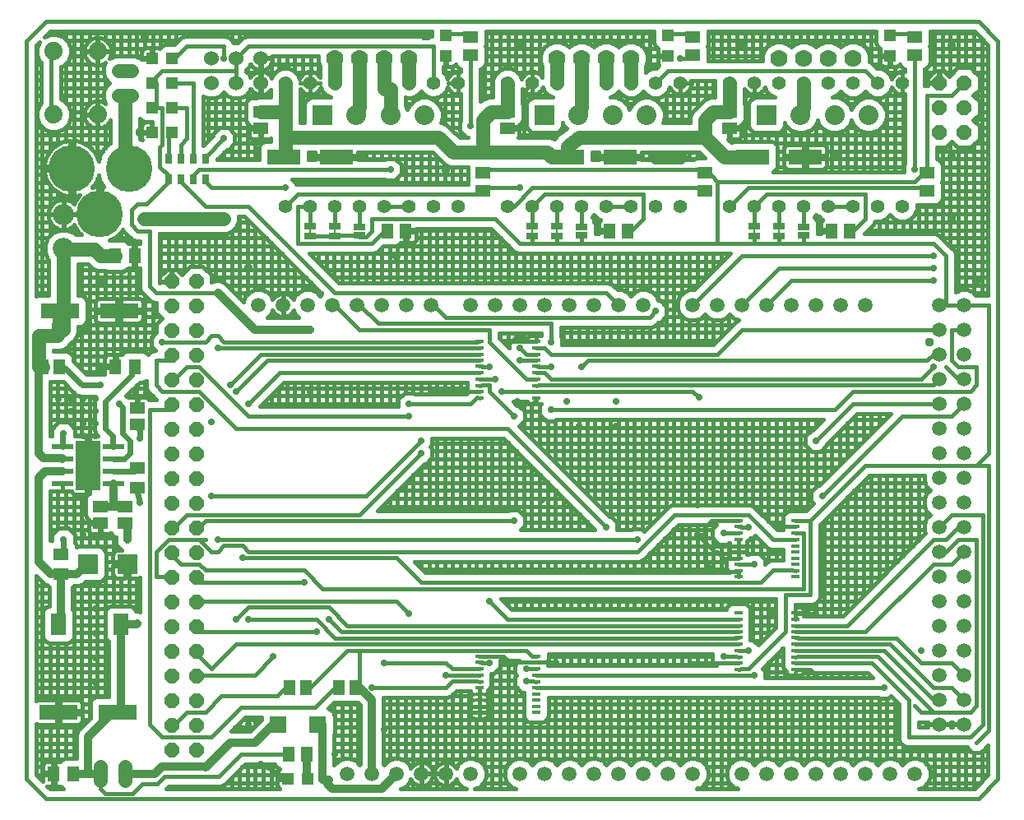
<source format=gtl>
G75*
%MOIN*%
%OFA0B0*%
%FSLAX24Y24*%
%IPPOS*%
%LPD*%
%AMOC8*
5,1,8,0,0,1.08239X$1,22.5*
%
%ADD10C,0.0160*%
%ADD11C,0.0594*%
%ADD12R,0.0472X0.0472*%
%ADD13R,0.0512X0.0591*%
%ADD14C,0.0700*%
%ADD15C,0.0554*%
%ADD16C,0.0600*%
%ADD17R,0.0591X0.0512*%
%ADD18R,0.1378X0.0630*%
%ADD19C,0.1890*%
%ADD20C,0.0560*%
%ADD21R,0.0800X0.0800*%
%ADD22C,0.0800*%
%ADD23C,0.0860*%
%ADD24C,0.0740*%
%ADD25OC8,0.0600*%
%ADD26C,0.0080*%
%ADD27R,0.0500X0.0250*%
%ADD28R,0.0295X0.0433*%
%ADD29R,0.0866X0.0236*%
%ADD30R,0.1000X0.2000*%
%ADD31R,0.0630X0.0512*%
%ADD32R,0.0512X0.0630*%
%ADD33R,0.1575X0.0630*%
%ADD34R,0.0630X0.0866*%
%ADD35R,0.0354X0.0138*%
%ADD36R,0.0787X0.0787*%
%ADD37R,0.0709X0.0669*%
%ADD38OC8,0.0356*%
%ADD39R,0.0356X0.0356*%
%ADD40C,0.0240*%
%ADD41OC8,0.0280*%
%ADD42OC8,0.0240*%
%ADD43C,0.0320*%
D10*
X002145Y001680D02*
X039940Y001680D01*
X040727Y002467D01*
X040727Y032389D01*
X039940Y033176D01*
X002145Y033176D01*
X001357Y032389D01*
X001357Y002467D01*
X002145Y001680D01*
X002310Y002080D02*
X002205Y002185D01*
X002416Y002185D01*
X002416Y002632D01*
X002512Y002632D01*
X002512Y002185D01*
X002723Y002185D01*
X002724Y002184D01*
X002814Y002094D01*
X002847Y002080D01*
X002310Y002080D01*
X002317Y002080D02*
X002317Y002185D01*
X002416Y002320D02*
X002512Y002320D01*
X002637Y002185D02*
X002637Y002080D01*
X002416Y002632D02*
X002028Y002632D01*
X002028Y002363D01*
X001757Y002633D01*
X001757Y004722D01*
X001759Y004721D01*
X001800Y004697D01*
X001845Y004685D01*
X002579Y004685D01*
X002579Y005103D01*
X002734Y005103D01*
X002734Y005257D01*
X003624Y005257D01*
X003624Y005519D01*
X003612Y005564D01*
X003588Y005605D01*
X003554Y005639D01*
X003513Y005663D01*
X003468Y005675D01*
X002734Y005675D01*
X002734Y005257D01*
X002579Y005257D01*
X002579Y005675D01*
X001845Y005675D01*
X001800Y005663D01*
X001759Y005639D01*
X001757Y005638D01*
X001757Y010701D01*
X002079Y010379D01*
X002184Y010336D01*
X002261Y010259D01*
X002277Y010252D01*
X002277Y009484D01*
X002160Y009436D01*
X002070Y009346D01*
X002022Y009228D01*
X002022Y008234D01*
X002070Y008117D01*
X002160Y008027D01*
X002278Y007978D01*
X003035Y007978D01*
X003153Y008027D01*
X003243Y008117D01*
X003291Y008234D01*
X003291Y009228D01*
X003243Y009346D01*
X003237Y009351D01*
X003237Y010252D01*
X003254Y010259D01*
X003301Y010306D01*
X003376Y010306D01*
X003449Y010300D01*
X003470Y010306D01*
X003493Y010306D01*
X003561Y010335D01*
X003631Y010356D01*
X003649Y010371D01*
X003669Y010379D01*
X003721Y010431D01*
X003763Y010466D01*
X004327Y010466D01*
X004445Y010515D01*
X004535Y010605D01*
X004584Y010723D01*
X004584Y011637D01*
X004535Y011755D01*
X004445Y011845D01*
X004327Y011894D01*
X003413Y011894D01*
X003392Y011885D01*
X003392Y011893D01*
X003344Y012011D01*
X003317Y012037D01*
X003317Y012371D01*
X003048Y012640D01*
X002667Y012640D01*
X002397Y012371D01*
X002397Y012150D01*
X002379Y012150D01*
X002337Y012132D01*
X002337Y014143D01*
X002377Y014132D01*
X002834Y014132D01*
X003184Y014132D01*
X003190Y014111D01*
X003213Y014069D01*
X003247Y014036D01*
X003288Y014012D01*
X003334Y014000D01*
X003777Y014000D01*
X003777Y015100D01*
X003587Y015100D01*
X003587Y015112D01*
X003558Y015180D01*
X003587Y015248D01*
X003587Y015260D01*
X003777Y015260D01*
X003777Y015100D01*
X003937Y015100D01*
X003937Y014065D01*
X003881Y014042D01*
X003791Y013952D01*
X003742Y013834D01*
X003742Y013195D01*
X003791Y013077D01*
X003881Y012987D01*
X003882Y012987D01*
X003882Y012893D01*
X004309Y012893D01*
X004309Y012797D01*
X004405Y012797D01*
X004405Y012409D01*
X004676Y012409D01*
X004722Y012422D01*
X004763Y012445D01*
X004772Y012454D01*
X004791Y012408D01*
X004881Y012318D01*
X004977Y012278D01*
X004977Y012085D01*
X004997Y012036D01*
X004997Y011989D01*
X005030Y011956D01*
X005050Y011908D01*
X005185Y011773D01*
X005232Y011754D01*
X005027Y011754D01*
X004982Y011741D01*
X004940Y011718D01*
X004907Y011684D01*
X004883Y011643D01*
X004871Y011597D01*
X004871Y011260D01*
X005365Y011260D01*
X005365Y011100D01*
X005525Y011100D01*
X005525Y010606D01*
X005862Y010606D01*
X005908Y010619D01*
X005949Y010642D01*
X005957Y010651D01*
X005957Y009258D01*
X005953Y009260D01*
X005798Y009260D01*
X005762Y009346D01*
X005672Y009436D01*
X005555Y009484D01*
X004798Y009484D01*
X004680Y009436D01*
X004590Y009346D01*
X004541Y009228D01*
X004541Y008234D01*
X004590Y008117D01*
X004680Y008027D01*
X004696Y008020D01*
X004696Y005815D01*
X004207Y005815D01*
X004089Y005766D01*
X003999Y005676D01*
X003951Y005559D01*
X003951Y004952D01*
X003585Y004587D01*
X003450Y004452D01*
X003377Y004275D01*
X003377Y003315D01*
X002931Y003315D01*
X002814Y003266D01*
X002724Y003176D01*
X002723Y003175D01*
X002512Y003175D01*
X002512Y002728D01*
X002416Y002728D01*
X002416Y003175D01*
X002184Y003175D01*
X002138Y003163D01*
X002097Y003139D01*
X002064Y003105D01*
X002040Y003064D01*
X002028Y003019D01*
X002028Y002728D01*
X002416Y002728D01*
X002416Y002632D01*
X002416Y002640D02*
X001757Y002640D01*
X001757Y002960D02*
X002028Y002960D01*
X002317Y003175D02*
X002317Y004685D01*
X001997Y004685D02*
X001997Y002393D01*
X002317Y002632D02*
X002317Y002728D01*
X002416Y002960D02*
X002512Y002960D01*
X002637Y003175D02*
X002637Y005103D01*
X002734Y005103D02*
X002734Y004685D01*
X003468Y004685D01*
X003513Y004697D01*
X003554Y004721D01*
X003588Y004755D01*
X003612Y004796D01*
X003624Y004841D01*
X003624Y005103D01*
X002734Y005103D01*
X002734Y005200D02*
X003951Y005200D01*
X003917Y004919D02*
X003917Y010466D01*
X004237Y010466D02*
X004237Y005815D01*
X004557Y005815D02*
X004557Y008196D01*
X004627Y008080D02*
X003206Y008080D01*
X003277Y008200D02*
X003277Y005675D01*
X002957Y005675D02*
X002957Y007978D01*
X002637Y007978D02*
X002637Y005257D01*
X002579Y005520D02*
X002734Y005520D01*
X002957Y005257D02*
X002957Y005103D01*
X002734Y004880D02*
X002579Y004880D01*
X002957Y004685D02*
X002957Y003315D01*
X002847Y003280D02*
X001757Y003280D01*
X001757Y003600D02*
X003377Y003600D01*
X003277Y003315D02*
X003277Y004685D01*
X003558Y004560D02*
X001757Y004560D01*
X001757Y004240D02*
X003377Y004240D01*
X003377Y003920D02*
X001757Y003920D01*
X003277Y005103D02*
X003277Y005257D01*
X003597Y005257D02*
X003597Y005103D01*
X003624Y004880D02*
X003878Y004880D01*
X003597Y004771D02*
X003597Y004599D01*
X003624Y005520D02*
X003951Y005520D01*
X003597Y005589D02*
X003597Y010346D01*
X003526Y010320D02*
X005957Y010320D01*
X005837Y010606D02*
X005837Y009260D01*
X005748Y009360D02*
X005957Y009360D01*
X005957Y009680D02*
X003237Y009680D01*
X003237Y009360D02*
X004604Y009360D01*
X004557Y009267D02*
X004557Y010659D01*
X004549Y010640D02*
X004944Y010640D01*
X004940Y010642D02*
X004982Y010619D01*
X005027Y010606D01*
X005365Y010606D01*
X005365Y011100D01*
X004871Y011100D01*
X004871Y010763D01*
X004883Y010717D01*
X004907Y010676D01*
X004940Y010642D01*
X004877Y010739D02*
X004877Y009484D01*
X005197Y009484D02*
X005197Y010606D01*
X005365Y010640D02*
X005525Y010640D01*
X005525Y010960D02*
X005365Y010960D01*
X005517Y011100D02*
X005517Y009484D01*
X005957Y010000D02*
X003237Y010000D01*
X003277Y010283D02*
X003277Y009262D01*
X003291Y009040D02*
X004541Y009040D01*
X004541Y008720D02*
X003291Y008720D01*
X003291Y008400D02*
X004541Y008400D01*
X004696Y007760D02*
X001757Y007760D01*
X001757Y007440D02*
X004696Y007440D01*
X004696Y007120D02*
X001757Y007120D01*
X001757Y006800D02*
X004696Y006800D01*
X004696Y006480D02*
X001757Y006480D01*
X001757Y006160D02*
X004696Y006160D01*
X004696Y005840D02*
X001757Y005840D01*
X001997Y005675D02*
X001997Y010461D01*
X002200Y010320D02*
X001757Y010320D01*
X001757Y010640D02*
X001818Y010640D01*
X001757Y010000D02*
X002277Y010000D01*
X002277Y009680D02*
X001757Y009680D01*
X001757Y009360D02*
X002085Y009360D01*
X002022Y009040D02*
X001757Y009040D01*
X001757Y008720D02*
X002022Y008720D01*
X002022Y008400D02*
X001757Y008400D01*
X001757Y008080D02*
X002107Y008080D01*
X002317Y007978D02*
X002317Y005675D01*
X004857Y005180D02*
X005058Y005180D01*
X006357Y004680D02*
X006357Y017430D01*
X007107Y017430D01*
X007243Y017637D01*
X006857Y018180D02*
X006607Y018430D01*
X006607Y019430D01*
X007107Y019430D01*
X007243Y019637D01*
X006857Y020180D02*
X008607Y020180D01*
X008857Y020430D01*
X009107Y020430D01*
X009357Y020180D01*
X019607Y020180D01*
X019706Y020198D01*
X019706Y019942D02*
X019607Y019930D01*
X009107Y019930D01*
X008357Y019180D02*
X007857Y019180D01*
X007357Y018680D01*
X007243Y018637D01*
X006857Y018180D02*
X008357Y018180D01*
X009857Y016680D01*
X020857Y016680D01*
X024857Y012680D01*
X025297Y012580D02*
X025297Y012862D01*
X025040Y013120D01*
X024983Y013120D01*
X021326Y016777D01*
X021547Y016998D01*
X021547Y017362D01*
X021290Y017620D01*
X021233Y017620D01*
X021073Y017780D01*
X021662Y017780D01*
X021664Y017774D01*
X021688Y017733D01*
X021721Y017699D01*
X021762Y017676D01*
X021808Y017663D01*
X022009Y017663D01*
X022210Y017663D01*
X022222Y017667D01*
X022167Y017612D01*
X022167Y017248D01*
X022425Y016990D01*
X022790Y016990D01*
X022830Y017030D01*
X033642Y017030D01*
X033232Y016620D01*
X033175Y016620D01*
X032917Y016362D01*
X032917Y015998D01*
X033175Y015740D01*
X033540Y015740D01*
X033797Y015998D01*
X033797Y016054D01*
X035023Y017280D01*
X036392Y017280D01*
X033482Y014370D01*
X033425Y014370D01*
X033167Y014112D01*
X033167Y013748D01*
X033263Y013652D01*
X032942Y013330D01*
X032766Y013330D01*
X032750Y013337D01*
X032606Y013337D01*
X032501Y013355D01*
X032415Y013337D01*
X032268Y013337D01*
X032150Y013288D01*
X032060Y013198D01*
X032012Y013080D01*
X032012Y012815D01*
X032060Y012698D01*
X032066Y012692D01*
X032060Y012686D01*
X032016Y012580D01*
X031773Y012580D01*
X030946Y013407D01*
X030834Y013519D01*
X030687Y013580D01*
X027528Y013580D01*
X027381Y013519D01*
X026386Y012524D01*
X026290Y012620D01*
X025925Y012620D01*
X025885Y012580D01*
X025297Y012580D01*
X025357Y012580D02*
X025357Y017030D01*
X025037Y017030D02*
X025037Y013120D01*
X024903Y013200D02*
X027062Y013200D01*
X026957Y013096D02*
X026957Y017030D01*
X026637Y017030D02*
X026637Y012776D01*
X026742Y012880D02*
X025280Y012880D01*
X025677Y012580D02*
X025677Y017030D01*
X025997Y017030D02*
X025997Y012620D01*
X026317Y012592D02*
X026317Y017030D01*
X027277Y017030D02*
X027277Y013416D01*
X027383Y013520D02*
X024583Y013520D01*
X024717Y013386D02*
X024717Y017030D01*
X024397Y017030D02*
X024397Y013706D01*
X024263Y013840D02*
X033167Y013840D01*
X033132Y013520D02*
X030832Y013520D01*
X030797Y013534D02*
X030797Y017030D01*
X030477Y017030D02*
X030477Y013580D01*
X030757Y013580D02*
X028557Y013580D01*
X028557Y017030D01*
X028237Y017030D02*
X028237Y013580D01*
X027917Y013580D02*
X027917Y017030D01*
X027597Y017030D02*
X027597Y013580D01*
X027607Y013180D02*
X026107Y011680D01*
X010357Y011680D01*
X010107Y011930D01*
X009357Y011930D01*
X009107Y011680D01*
X008857Y011680D01*
X008357Y012180D01*
X008607Y012180D01*
X008357Y012180D02*
X007107Y012180D01*
X006607Y011680D01*
X006607Y010680D01*
X007107Y010680D01*
X007243Y010637D01*
X007607Y011180D02*
X008357Y011180D01*
X008607Y010930D01*
X012607Y010930D01*
X013357Y010180D01*
X032857Y010180D01*
X032857Y012430D01*
X032607Y012430D01*
X032509Y012436D01*
X032509Y012692D02*
X031645Y012692D01*
X030757Y013580D01*
X030607Y013180D02*
X027607Y013180D01*
X027773Y012780D02*
X026446Y011453D01*
X026334Y011341D01*
X026187Y011280D01*
X029709Y011280D01*
X029709Y011307D02*
X029709Y011042D01*
X029757Y010924D01*
X029847Y010834D01*
X029849Y010833D01*
X029849Y010830D01*
X017523Y010830D01*
X017073Y011280D01*
X026187Y011280D01*
X026317Y011334D02*
X026317Y010830D01*
X025997Y010830D02*
X025997Y011280D01*
X025677Y011280D02*
X025677Y010830D01*
X025357Y010830D02*
X025357Y011280D01*
X025037Y011280D02*
X025037Y010830D01*
X024717Y010830D02*
X024717Y011280D01*
X024397Y011280D02*
X024397Y010830D01*
X024077Y010830D02*
X024077Y011280D01*
X023757Y011280D02*
X023757Y010830D01*
X023437Y010830D02*
X023437Y011280D01*
X023117Y011280D02*
X023117Y010830D01*
X022797Y010830D02*
X022797Y011280D01*
X022477Y011280D02*
X022477Y010830D01*
X022157Y010830D02*
X022157Y011280D01*
X021837Y011280D02*
X021837Y010830D01*
X021517Y010830D02*
X021517Y011280D01*
X021197Y011280D02*
X021197Y010830D01*
X020877Y010830D02*
X020877Y011280D01*
X020557Y011280D02*
X020557Y010830D01*
X020237Y010830D02*
X020237Y011280D01*
X019917Y011280D02*
X019917Y010830D01*
X019597Y010830D02*
X019597Y011280D01*
X019277Y011280D02*
X019277Y010830D01*
X018957Y010830D02*
X018957Y011280D01*
X018637Y011280D02*
X018637Y010830D01*
X018317Y010830D02*
X018317Y011280D01*
X017997Y011280D02*
X017997Y010830D01*
X017677Y010830D02*
X017677Y011280D01*
X017357Y011280D02*
X017357Y010996D01*
X017393Y010960D02*
X029742Y010960D01*
X029837Y010844D02*
X029837Y010830D01*
X029517Y010830D02*
X029517Y011990D01*
X029425Y011990D02*
X029790Y011990D01*
X029830Y012030D01*
X029852Y012030D01*
X029849Y012017D01*
X029849Y011924D01*
X029849Y011831D01*
X029858Y011796D01*
X029849Y011761D01*
X029849Y011668D01*
X029849Y011576D01*
X029858Y011540D01*
X029852Y011516D01*
X029847Y011514D01*
X029757Y011424D01*
X029709Y011307D01*
X029625Y011412D02*
X029357Y011680D01*
X029257Y011680D01*
X028557Y012380D01*
X028857Y012380D01*
X028857Y011280D01*
X029257Y010880D01*
X030168Y010880D01*
X030206Y010918D01*
X030206Y010662D01*
X030206Y011174D02*
X030357Y011180D01*
X030857Y011180D01*
X031297Y011186D02*
X031297Y011362D01*
X031040Y011620D01*
X030675Y011620D01*
X030635Y011580D01*
X030563Y011580D01*
X030563Y011668D01*
X030206Y011668D01*
X030206Y011668D01*
X030563Y011668D01*
X030563Y011761D01*
X030553Y011796D01*
X030563Y011831D01*
X030563Y011924D01*
X030206Y011924D01*
X030206Y011924D01*
X030563Y011924D01*
X030563Y012017D01*
X030553Y012052D01*
X030563Y012087D01*
X030563Y012095D01*
X030564Y012096D01*
X030654Y012186D01*
X030677Y012240D01*
X030790Y012240D01*
X030982Y012240D01*
X030886Y012336D02*
X031381Y011841D01*
X031528Y011780D01*
X031687Y011780D01*
X032012Y011780D01*
X032012Y011330D01*
X031528Y011330D01*
X031381Y011269D01*
X031297Y011186D01*
X031297Y011280D02*
X031407Y011280D01*
X031437Y011293D02*
X031437Y011817D01*
X031302Y011920D02*
X030563Y011920D01*
X030477Y011924D02*
X030477Y011924D01*
X030477Y011668D02*
X030477Y011668D01*
X030563Y011600D02*
X030655Y011600D01*
X030797Y011620D02*
X030797Y012248D01*
X030790Y012240D02*
X030886Y012336D01*
X031117Y012104D02*
X031117Y011542D01*
X031060Y011600D02*
X032012Y011600D01*
X031757Y011780D02*
X031757Y011330D01*
X031607Y010930D02*
X031107Y010430D01*
X017357Y010430D01*
X016357Y011430D01*
X010107Y011430D01*
X009107Y012180D02*
X026107Y012180D01*
X026350Y012560D02*
X026422Y012560D01*
X026957Y011964D02*
X026957Y010830D01*
X026637Y010830D02*
X026637Y011644D01*
X026593Y011600D02*
X029849Y011600D01*
X029849Y011668D02*
X030206Y011668D01*
X030206Y011924D01*
X030206Y011668D01*
X030206Y011412D01*
X029625Y011412D01*
X029837Y011504D02*
X029837Y012030D01*
X029849Y011924D02*
X030206Y011924D01*
X030206Y011924D01*
X030206Y012180D01*
X030206Y011924D02*
X030206Y011924D01*
X030206Y011675D01*
X030206Y011668D01*
X030206Y011668D01*
X030206Y011668D01*
X029849Y011668D01*
X029849Y011920D02*
X026913Y011920D01*
X027233Y012240D02*
X029175Y012240D01*
X029167Y012248D02*
X029425Y011990D01*
X029197Y012218D02*
X029197Y010830D01*
X028877Y010830D02*
X028877Y012780D01*
X028857Y012680D02*
X028857Y012380D01*
X028857Y012680D02*
X029125Y012948D01*
X030206Y012948D01*
X030206Y012692D02*
X030357Y012680D01*
X030607Y012680D01*
X030206Y012436D02*
X030107Y012430D01*
X029607Y012430D01*
X029335Y012780D02*
X029167Y012612D01*
X029167Y012248D01*
X029167Y012560D02*
X027553Y012560D01*
X027597Y012604D02*
X027597Y010830D01*
X027277Y010830D02*
X027277Y012284D01*
X027773Y012780D02*
X029335Y012780D01*
X029197Y012780D02*
X029197Y012642D01*
X028557Y012780D02*
X028557Y010830D01*
X028237Y010830D02*
X028237Y012780D01*
X027917Y012780D02*
X027917Y010830D01*
X027917Y009780D02*
X027917Y009330D01*
X027597Y009330D02*
X027597Y009780D01*
X027277Y009780D02*
X027277Y009330D01*
X026957Y009330D02*
X026957Y009780D01*
X026637Y009780D02*
X026637Y009330D01*
X026317Y009330D02*
X026317Y009780D01*
X025997Y009780D02*
X025997Y009330D01*
X025677Y009330D02*
X025677Y009780D01*
X025357Y009780D02*
X025357Y009330D01*
X025037Y009330D02*
X025037Y009780D01*
X024717Y009780D02*
X024717Y009330D01*
X024397Y009330D02*
X024397Y009780D01*
X024077Y009780D02*
X024077Y009330D01*
X023757Y009330D02*
X023757Y009780D01*
X023437Y009780D02*
X023437Y009330D01*
X023117Y009330D02*
X023117Y009780D01*
X022797Y009780D02*
X022797Y009330D01*
X022477Y009330D02*
X022477Y009780D01*
X022157Y009780D02*
X022157Y009330D01*
X021837Y009330D02*
X021837Y009780D01*
X021517Y009780D02*
X021517Y009330D01*
X021197Y009330D02*
X021197Y009780D01*
X020877Y009780D02*
X020877Y009476D01*
X020993Y009360D02*
X029721Y009360D01*
X029709Y009330D02*
X029709Y009330D01*
X021023Y009330D01*
X020573Y009780D01*
X031707Y009780D01*
X031707Y008596D01*
X031011Y007899D01*
X030790Y008120D01*
X030703Y008120D01*
X030703Y009330D01*
X030654Y009448D01*
X030564Y009538D01*
X030447Y009587D01*
X029965Y009587D01*
X029847Y009538D01*
X029757Y009448D01*
X029709Y009330D01*
X029517Y009330D02*
X029517Y009780D01*
X029197Y009780D02*
X029197Y009330D01*
X028877Y009330D02*
X028877Y009780D01*
X028557Y009780D02*
X028557Y009330D01*
X028237Y009330D02*
X028237Y009780D01*
X029837Y009780D02*
X029837Y009528D01*
X030157Y009587D02*
X030157Y009780D01*
X030477Y009780D02*
X030477Y009574D01*
X030691Y009360D02*
X031707Y009360D01*
X031707Y009040D02*
X030703Y009040D01*
X030703Y008720D02*
X031707Y008720D01*
X031512Y008400D02*
X030703Y008400D01*
X030797Y008112D02*
X030797Y009780D01*
X031117Y009780D02*
X031117Y008006D01*
X031192Y008080D02*
X030830Y008080D01*
X030607Y007680D02*
X030206Y007680D01*
X030206Y007424D02*
X030107Y007430D01*
X029607Y007430D01*
X029295Y007120D02*
X022485Y007120D01*
X022477Y007138D02*
X022477Y007246D01*
X022457Y007198D02*
X022506Y007315D01*
X022506Y007530D01*
X029167Y007530D01*
X029167Y007248D01*
X029335Y007080D01*
X022501Y007080D01*
X022457Y007186D01*
X022452Y007192D01*
X022457Y007198D01*
X022506Y007440D02*
X029167Y007440D01*
X029197Y007218D02*
X029197Y007080D01*
X028877Y007080D02*
X028877Y007530D01*
X028557Y007530D02*
X028557Y007080D01*
X028369Y007168D02*
X028357Y007180D01*
X028369Y007168D02*
X030206Y007168D01*
X030206Y006912D02*
X030357Y006930D01*
X030607Y006930D01*
X032107Y008430D01*
X032107Y009930D01*
X033107Y009930D01*
X033107Y012930D01*
X035357Y015180D01*
X039857Y015180D01*
X040357Y015180D01*
X040357Y004430D01*
X039857Y003930D01*
X039607Y004180D02*
X040107Y004680D01*
X040107Y013180D01*
X038857Y013180D01*
X038357Y012680D01*
X038107Y012180D02*
X034607Y008680D01*
X032607Y008680D01*
X032509Y008686D01*
X032509Y008448D02*
X032607Y008430D01*
X035357Y008430D01*
X038107Y011180D01*
X038857Y011180D01*
X039357Y011680D01*
X039107Y012180D02*
X038607Y011680D01*
X038357Y011680D01*
X038607Y012180D02*
X038107Y012180D01*
X037793Y012431D02*
X037740Y012557D01*
X037740Y012803D01*
X037834Y013029D01*
X037985Y013180D01*
X037834Y013331D01*
X037740Y013557D01*
X037740Y013803D01*
X037834Y014029D01*
X037985Y014180D01*
X037834Y014331D01*
X037740Y014557D01*
X037740Y014780D01*
X035523Y014780D01*
X033507Y012764D01*
X033507Y009850D01*
X033446Y009703D01*
X033334Y009591D01*
X033187Y009530D01*
X032507Y009530D01*
X032507Y009447D01*
X032509Y009447D01*
X032509Y009198D01*
X032509Y009198D01*
X032866Y009198D01*
X032866Y009290D01*
X032854Y009336D01*
X032830Y009377D01*
X032797Y009411D01*
X032756Y009434D01*
X032710Y009447D01*
X032509Y009447D01*
X032509Y009198D01*
X032509Y009198D01*
X032527Y009180D01*
X032527Y008960D01*
X032509Y008942D01*
X032527Y009180D02*
X033357Y009180D01*
X033357Y009080D02*
X033357Y009614D01*
X033423Y009680D02*
X035042Y009680D01*
X034957Y009596D02*
X034957Y014214D01*
X034903Y014160D02*
X037965Y014160D01*
X037837Y014032D02*
X037837Y014328D01*
X037772Y014480D02*
X035223Y014480D01*
X035277Y014534D02*
X035277Y009916D01*
X035362Y010000D02*
X033507Y010000D01*
X033507Y010320D02*
X035682Y010320D01*
X035597Y010236D02*
X035597Y014780D01*
X035917Y014780D02*
X035917Y010556D01*
X036002Y010640D02*
X033507Y010640D01*
X033507Y010960D02*
X036322Y010960D01*
X036237Y010876D02*
X036237Y014780D01*
X036557Y014780D02*
X036557Y011196D01*
X036642Y011280D02*
X033507Y011280D01*
X033507Y011600D02*
X036962Y011600D01*
X036877Y011516D02*
X036877Y014780D01*
X037197Y014780D02*
X037197Y011836D01*
X037282Y011920D02*
X033507Y011920D01*
X033507Y012240D02*
X037602Y012240D01*
X037517Y012156D02*
X037517Y014780D01*
X037756Y013840D02*
X034583Y013840D01*
X034637Y013894D02*
X034637Y009276D01*
X034722Y009360D02*
X032840Y009360D01*
X032717Y009445D02*
X032717Y009530D01*
X032509Y009360D02*
X032509Y009360D01*
X032509Y009198D02*
X032866Y009198D01*
X032866Y009105D01*
X032859Y009080D01*
X034442Y009080D01*
X037793Y012431D01*
X037740Y012560D02*
X033507Y012560D01*
X033623Y012880D02*
X037772Y012880D01*
X037837Y013032D02*
X037837Y013328D01*
X037965Y013200D02*
X033943Y013200D01*
X033997Y013254D02*
X033997Y009080D01*
X033677Y009080D02*
X033677Y012934D01*
X033107Y012930D02*
X032607Y012930D01*
X032509Y012948D01*
X032397Y013337D02*
X032397Y017030D01*
X032077Y017030D02*
X032077Y013215D01*
X032063Y013200D02*
X031153Y013200D01*
X031117Y013236D02*
X031117Y017030D01*
X031437Y017030D02*
X031437Y012916D01*
X031473Y012880D02*
X032012Y012880D01*
X031757Y012596D02*
X031757Y017030D01*
X032717Y017030D02*
X032717Y013337D01*
X033037Y013426D02*
X033037Y015878D01*
X033155Y015760D02*
X022343Y015760D01*
X022477Y015626D02*
X022477Y016990D01*
X022375Y017040D02*
X021547Y017040D01*
X021517Y016968D02*
X021517Y016586D01*
X021383Y016720D02*
X033332Y016720D01*
X033357Y016746D02*
X033357Y017030D01*
X033037Y017030D02*
X033037Y016482D01*
X032955Y016400D02*
X021703Y016400D01*
X021837Y016266D02*
X021837Y017663D01*
X021857Y017680D02*
X022009Y017832D01*
X022009Y017912D01*
X022009Y017765D02*
X022009Y017663D01*
X022009Y017765D01*
X022009Y017765D01*
X022009Y017680D02*
X022009Y017680D01*
X022157Y017663D02*
X022157Y015946D01*
X022023Y016080D02*
X032917Y016080D01*
X033357Y016180D02*
X034857Y017680D01*
X038357Y017680D01*
X038857Y017180D02*
X036857Y017180D01*
X033607Y013930D01*
X033357Y014302D02*
X033357Y015740D01*
X033560Y015760D02*
X034872Y015760D01*
X034957Y015846D02*
X034957Y017214D01*
X034783Y017040D02*
X036152Y017040D01*
X036237Y017126D02*
X036237Y017280D01*
X035917Y017280D02*
X035917Y016806D01*
X035832Y016720D02*
X034463Y016720D01*
X034317Y016574D02*
X034317Y015206D01*
X034232Y015120D02*
X022983Y015120D01*
X023117Y014986D02*
X023117Y017030D01*
X023437Y017030D02*
X023437Y014666D01*
X023303Y014800D02*
X033912Y014800D01*
X033997Y014886D02*
X033997Y016254D01*
X034143Y016400D02*
X035512Y016400D01*
X035597Y016486D02*
X035597Y017280D01*
X035277Y017280D02*
X035277Y016166D01*
X035192Y016080D02*
X033823Y016080D01*
X033677Y015878D02*
X033677Y014566D01*
X033592Y014480D02*
X023623Y014480D01*
X023757Y014346D02*
X023757Y017030D01*
X024077Y017030D02*
X024077Y014026D01*
X023943Y014160D02*
X033215Y014160D01*
X034263Y013520D02*
X037756Y013520D01*
X038607Y012180D02*
X039107Y012680D01*
X039357Y012680D01*
X039107Y012180D02*
X039857Y012180D01*
X039857Y005430D01*
X039607Y005180D01*
X038107Y005180D01*
X035857Y007430D01*
X032607Y007430D01*
X032509Y007424D01*
X032509Y007168D02*
X032607Y007180D01*
X035607Y007180D01*
X037107Y005680D01*
X037107Y004180D01*
X039607Y004180D01*
X039486Y003780D02*
X039518Y003703D01*
X039631Y003591D01*
X039778Y003530D01*
X039937Y003530D01*
X040084Y003591D01*
X040327Y003834D01*
X040327Y002633D01*
X039774Y002080D01*
X037521Y002080D01*
X037707Y002157D01*
X037880Y002331D01*
X037974Y002557D01*
X037974Y002803D01*
X037880Y003029D01*
X037707Y003203D01*
X037480Y003297D01*
X037235Y003297D01*
X037008Y003203D01*
X036857Y003052D01*
X036707Y003203D01*
X036480Y003297D01*
X036235Y003297D01*
X036008Y003203D01*
X035857Y003052D01*
X035707Y003203D01*
X035480Y003297D01*
X035235Y003297D01*
X035008Y003203D01*
X034857Y003052D01*
X034707Y003203D01*
X034480Y003297D01*
X034235Y003297D01*
X034008Y003203D01*
X033857Y003052D01*
X033707Y003203D01*
X033480Y003297D01*
X033235Y003297D01*
X033008Y003203D01*
X032857Y003052D01*
X032707Y003203D01*
X032480Y003297D01*
X032235Y003297D01*
X032008Y003203D01*
X031857Y003052D01*
X031707Y003203D01*
X031480Y003297D01*
X031235Y003297D01*
X031008Y003203D01*
X030857Y003052D01*
X030707Y003203D01*
X030480Y003297D01*
X030235Y003297D01*
X030008Y003203D01*
X029834Y003029D01*
X029740Y002803D01*
X029740Y002557D01*
X029834Y002331D01*
X030008Y002157D01*
X030194Y002080D01*
X028521Y002080D01*
X028707Y002157D01*
X028880Y002331D01*
X028974Y002557D01*
X028974Y002803D01*
X028880Y003029D01*
X028707Y003203D01*
X028480Y003297D01*
X028235Y003297D01*
X028008Y003203D01*
X027857Y003052D01*
X027707Y003203D01*
X027480Y003297D01*
X027235Y003297D01*
X027008Y003203D01*
X026857Y003052D01*
X026707Y003203D01*
X026480Y003297D01*
X026235Y003297D01*
X026008Y003203D01*
X025857Y003052D01*
X025707Y003203D01*
X025480Y003297D01*
X025235Y003297D01*
X025008Y003203D01*
X024857Y003052D01*
X024707Y003203D01*
X024480Y003297D01*
X024235Y003297D01*
X024008Y003203D01*
X023857Y003052D01*
X023707Y003203D01*
X023480Y003297D01*
X023235Y003297D01*
X023008Y003203D01*
X022857Y003052D01*
X022707Y003203D01*
X022480Y003297D01*
X022235Y003297D01*
X022008Y003203D01*
X021857Y003052D01*
X021707Y003203D01*
X021480Y003297D01*
X021235Y003297D01*
X021008Y003203D01*
X020834Y003029D01*
X020740Y002803D01*
X020740Y002557D01*
X020834Y002331D01*
X021008Y002157D01*
X021194Y002080D01*
X019521Y002080D01*
X019707Y002157D01*
X019880Y002331D01*
X019974Y002557D01*
X019974Y002803D01*
X019880Y003029D01*
X019707Y003203D01*
X019480Y003297D01*
X019235Y003297D01*
X019008Y003203D01*
X018834Y003029D01*
X018781Y002900D01*
X018765Y002930D01*
X018721Y002991D01*
X018668Y003044D01*
X018607Y003088D01*
X018540Y003122D01*
X018469Y003145D01*
X018395Y003157D01*
X018376Y003157D01*
X018376Y002698D01*
X018339Y002698D01*
X018339Y002662D01*
X017880Y002662D01*
X017880Y002642D01*
X017892Y002568D01*
X017915Y002497D01*
X017949Y002430D01*
X017994Y002369D01*
X018047Y002316D01*
X018107Y002272D01*
X018174Y002238D01*
X018246Y002215D01*
X018320Y002203D01*
X018339Y002203D01*
X018339Y002662D01*
X018376Y002662D01*
X018376Y002203D01*
X018395Y002203D01*
X018469Y002215D01*
X018540Y002238D01*
X018607Y002272D01*
X018668Y002316D01*
X018721Y002369D01*
X018765Y002430D01*
X018781Y002460D01*
X018834Y002331D01*
X019008Y002157D01*
X019194Y002080D01*
X016521Y002080D01*
X016707Y002157D01*
X016880Y002331D01*
X016934Y002460D01*
X016949Y002430D01*
X016994Y002369D01*
X017047Y002316D01*
X017107Y002272D01*
X017174Y002238D01*
X017246Y002215D01*
X017320Y002203D01*
X017339Y002203D01*
X017339Y002662D01*
X017376Y002662D01*
X017376Y002698D01*
X017834Y002698D01*
X017834Y002718D01*
X017822Y002792D01*
X017799Y002863D01*
X017765Y002930D01*
X017721Y002991D01*
X017668Y003044D01*
X017607Y003088D01*
X017540Y003122D01*
X017469Y003145D01*
X017395Y003157D01*
X017376Y003157D01*
X017376Y002698D01*
X017339Y002698D01*
X017339Y003157D01*
X017320Y003157D01*
X017246Y003145D01*
X017174Y003122D01*
X017107Y003088D01*
X017047Y003044D01*
X016994Y002991D01*
X016949Y002930D01*
X016934Y002900D01*
X016880Y003029D01*
X016707Y003203D01*
X016480Y003297D01*
X016235Y003297D01*
X016008Y003203D01*
X015857Y003052D01*
X015837Y003072D01*
X015837Y005775D01*
X015835Y005780D01*
X018437Y005780D01*
X018584Y005841D01*
X018696Y005953D01*
X018773Y006030D01*
X019355Y006030D01*
X019349Y006005D01*
X019349Y005912D01*
X019349Y005820D01*
X019356Y005793D01*
X019349Y005767D01*
X019349Y005674D01*
X019349Y005581D01*
X019358Y005546D01*
X019349Y005511D01*
X019349Y005418D01*
X019349Y005326D01*
X019358Y005290D01*
X019349Y005255D01*
X019349Y005162D01*
X019349Y005070D01*
X019361Y005024D01*
X019385Y004983D01*
X019418Y004949D01*
X019459Y004926D01*
X019505Y004913D01*
X019706Y004913D01*
X019907Y004913D01*
X019952Y004926D01*
X019993Y004949D01*
X020027Y004983D01*
X020051Y005024D01*
X020063Y005070D01*
X020063Y005162D01*
X019706Y005162D01*
X019706Y005162D01*
X019706Y004913D01*
X019706Y005162D01*
X019706Y005162D01*
X020063Y005162D01*
X020063Y005255D01*
X020053Y005290D01*
X020063Y005326D01*
X020063Y005418D01*
X019706Y005418D01*
X019706Y005418D01*
X019706Y005162D01*
X019349Y005162D01*
X019706Y005162D01*
X019706Y005162D01*
X019706Y005162D01*
X019706Y005411D01*
X019706Y005418D01*
X019706Y005418D01*
X020063Y005418D01*
X020063Y005511D01*
X020053Y005546D01*
X020063Y005581D01*
X020063Y005674D01*
X019947Y005674D01*
X020063Y005674D01*
X020063Y005767D01*
X020056Y005793D01*
X020063Y005820D01*
X020063Y005912D01*
X019947Y005912D01*
X019947Y005912D01*
X020063Y005912D01*
X020063Y006005D01*
X020053Y006040D01*
X020063Y006076D01*
X020063Y006083D01*
X020064Y006084D01*
X020154Y006174D01*
X020203Y006292D01*
X020203Y006740D01*
X020290Y006740D01*
X020547Y006998D01*
X020547Y007280D01*
X021335Y007280D01*
X021167Y007112D01*
X021167Y006748D01*
X021235Y006680D01*
X021167Y006612D01*
X021167Y006248D01*
X021425Y005990D01*
X021512Y005990D01*
X021512Y005030D01*
X021560Y004912D01*
X021650Y004822D01*
X021768Y004773D01*
X022250Y004773D01*
X022367Y004822D01*
X022457Y004912D01*
X022506Y005030D01*
X022506Y005780D01*
X035885Y005780D01*
X035925Y005740D01*
X036290Y005740D01*
X036386Y005836D01*
X036707Y005514D01*
X036707Y004100D01*
X036768Y003953D01*
X036881Y003841D01*
X037028Y003780D01*
X039486Y003780D01*
X039437Y003780D02*
X039437Y002080D01*
X039117Y002080D02*
X039117Y003780D01*
X038797Y003780D02*
X038797Y002080D01*
X038477Y002080D02*
X038477Y003780D01*
X038157Y003780D02*
X038157Y002080D01*
X037837Y002080D02*
X037837Y002288D01*
X037870Y002320D02*
X040014Y002320D01*
X040077Y002383D02*
X040077Y003588D01*
X040093Y003600D02*
X040327Y003600D01*
X040327Y003280D02*
X037521Y003280D01*
X037517Y003281D02*
X037517Y003780D01*
X037197Y003780D02*
X037197Y003281D01*
X037194Y003280D02*
X036521Y003280D01*
X036557Y003265D02*
X036557Y005664D01*
X036702Y005520D02*
X022506Y005520D01*
X022506Y005200D02*
X036707Y005200D01*
X036707Y004880D02*
X022425Y004880D01*
X022477Y004960D02*
X022477Y003297D01*
X022521Y003280D02*
X023194Y003280D01*
X023117Y003248D02*
X023117Y005780D01*
X022797Y005780D02*
X022797Y003112D01*
X022194Y003280D02*
X021521Y003280D01*
X021517Y003281D02*
X021517Y005016D01*
X021593Y004880D02*
X015837Y004880D01*
X015837Y004560D02*
X036707Y004560D01*
X036707Y004240D02*
X015837Y004240D01*
X015837Y003920D02*
X036802Y003920D01*
X036877Y003844D02*
X036877Y003072D01*
X036237Y003297D02*
X036237Y005740D01*
X035917Y005748D02*
X035917Y003112D01*
X036194Y003280D02*
X035521Y003280D01*
X035597Y003248D02*
X035597Y005780D01*
X035277Y005780D02*
X035277Y003297D01*
X035194Y003280D02*
X034521Y003280D01*
X034637Y003232D02*
X034637Y005780D01*
X034317Y005780D02*
X034317Y003297D01*
X034194Y003280D02*
X033521Y003280D01*
X033357Y003297D02*
X033357Y005780D01*
X033037Y005780D02*
X033037Y003215D01*
X033194Y003280D02*
X032521Y003280D01*
X032397Y003297D02*
X032397Y005780D01*
X032077Y005780D02*
X032077Y003232D01*
X032194Y003280D02*
X031521Y003280D01*
X031437Y003297D02*
X031437Y005780D01*
X031117Y005780D02*
X031117Y003248D01*
X031194Y003280D02*
X030521Y003280D01*
X030477Y003297D02*
X030477Y005780D01*
X030157Y005780D02*
X030157Y003265D01*
X030194Y003280D02*
X028521Y003280D01*
X028557Y003265D02*
X028557Y005780D01*
X028237Y005780D02*
X028237Y003297D01*
X028194Y003280D02*
X027521Y003280D01*
X027597Y003248D02*
X027597Y005780D01*
X027277Y005780D02*
X027277Y003297D01*
X027194Y003280D02*
X026521Y003280D01*
X026637Y003232D02*
X026637Y005780D01*
X026317Y005780D02*
X026317Y003297D01*
X026194Y003280D02*
X025521Y003280D01*
X025357Y003297D02*
X025357Y005780D01*
X025037Y005780D02*
X025037Y003215D01*
X025194Y003280D02*
X024521Y003280D01*
X024397Y003297D02*
X024397Y005780D01*
X024077Y005780D02*
X024077Y003232D01*
X024194Y003280D02*
X023521Y003280D01*
X023437Y003297D02*
X023437Y005780D01*
X023757Y005780D02*
X023757Y003152D01*
X024717Y003192D02*
X024717Y005780D01*
X025677Y005780D02*
X025677Y003215D01*
X025997Y003192D02*
X025997Y005780D01*
X026957Y005780D02*
X026957Y003152D01*
X027917Y003112D02*
X027917Y005780D01*
X028877Y005780D02*
X028877Y003032D01*
X028909Y002960D02*
X029806Y002960D01*
X029837Y003032D02*
X029837Y005780D01*
X029517Y005780D02*
X029517Y002080D01*
X029197Y002080D02*
X029197Y005780D01*
X030797Y005780D02*
X030797Y003112D01*
X031757Y003152D02*
X031757Y005780D01*
X032717Y005780D02*
X032717Y003192D01*
X033677Y003215D02*
X033677Y005780D01*
X033997Y005780D02*
X033997Y003192D01*
X034957Y003152D02*
X034957Y005780D01*
X036107Y006180D02*
X022107Y006180D01*
X022009Y006168D01*
X022009Y006424D02*
X021857Y006430D01*
X021607Y006430D01*
X021255Y006160D02*
X020140Y006160D01*
X020203Y006480D02*
X021167Y006480D01*
X021197Y006642D02*
X021197Y006718D01*
X021167Y006800D02*
X020350Y006800D01*
X020237Y006740D02*
X020237Y002080D01*
X019917Y002080D02*
X019917Y002420D01*
X019870Y002320D02*
X020845Y002320D01*
X020877Y002288D02*
X020877Y002080D01*
X020557Y002080D02*
X020557Y007280D01*
X020547Y007120D02*
X021175Y007120D01*
X021197Y007142D02*
X021197Y007280D01*
X020945Y007192D02*
X020690Y007448D01*
X019706Y007448D01*
X019706Y007192D02*
X019857Y007180D01*
X020107Y007180D01*
X019706Y006936D02*
X019607Y006930D01*
X018607Y006930D01*
X018357Y007180D01*
X015857Y007180D01*
X014857Y007680D02*
X014857Y006180D01*
X015357Y006180D02*
X018357Y006180D01*
X018607Y006430D01*
X019607Y006430D01*
X019706Y006424D01*
X019706Y006168D02*
X019706Y005912D01*
X019706Y005674D01*
X019706Y005418D01*
X019706Y005418D01*
X019349Y005418D01*
X019706Y005418D01*
X019706Y005418D01*
X019706Y005667D01*
X019706Y005674D01*
X019706Y005674D01*
X019706Y005674D01*
X019706Y005912D01*
X019706Y005912D01*
X019706Y005840D02*
X019706Y005840D01*
X019465Y005912D02*
X019465Y005912D01*
X019349Y005912D01*
X019465Y005912D01*
X019349Y005840D02*
X018582Y005840D01*
X018637Y005894D02*
X018637Y003066D01*
X018743Y002960D02*
X018806Y002960D01*
X018957Y003152D02*
X018957Y006030D01*
X019277Y006030D02*
X019277Y003297D01*
X019194Y003280D02*
X016521Y003280D01*
X016397Y003297D02*
X016397Y005780D01*
X016077Y005780D02*
X016077Y003232D01*
X016194Y003280D02*
X015837Y003280D01*
X015837Y003600D02*
X039622Y003600D01*
X039757Y003538D02*
X039757Y002080D01*
X040327Y002640D02*
X037974Y002640D01*
X037909Y002960D02*
X040327Y002960D01*
X039339Y004662D02*
X038880Y004662D01*
X038880Y004642D01*
X038890Y004580D01*
X038824Y004580D01*
X038834Y004642D01*
X038834Y004662D01*
X038376Y004662D01*
X038376Y004698D01*
X038834Y004698D01*
X038834Y004718D01*
X038824Y004780D01*
X038890Y004780D01*
X038880Y004718D01*
X038880Y004698D01*
X039339Y004698D01*
X039339Y004662D01*
X039117Y004662D02*
X039117Y004698D01*
X038797Y004698D02*
X038797Y004662D01*
X038477Y004662D02*
X038477Y004698D01*
X038339Y004698D02*
X038339Y004662D01*
X037880Y004662D01*
X037880Y004642D01*
X037890Y004580D01*
X037507Y004580D01*
X037507Y004788D01*
X037528Y004780D01*
X037890Y004780D01*
X037880Y004718D01*
X037880Y004698D01*
X038339Y004698D01*
X038157Y004698D02*
X038157Y004662D01*
X037837Y004580D02*
X037837Y004780D01*
X037517Y004784D02*
X037517Y004580D01*
X037607Y005180D02*
X037357Y005430D01*
X037607Y005180D02*
X038107Y005180D01*
X038107Y005680D02*
X038357Y005680D01*
X038107Y005680D02*
X036107Y007680D01*
X032509Y007680D01*
X032509Y007936D02*
X032607Y007930D01*
X036357Y007930D01*
X038107Y006180D01*
X038857Y006180D01*
X039357Y005680D01*
X039357Y006680D02*
X038857Y007180D01*
X037607Y007180D01*
X036607Y008180D01*
X032607Y008180D01*
X032509Y008192D01*
X032012Y007769D02*
X032012Y007547D01*
X032012Y007036D01*
X032060Y006918D01*
X032150Y006828D01*
X032152Y006827D01*
X032152Y006820D01*
X032164Y006774D01*
X032188Y006733D01*
X032221Y006699D01*
X032262Y006676D01*
X032308Y006663D01*
X032509Y006663D01*
X032710Y006663D01*
X032756Y006676D01*
X032797Y006699D01*
X032830Y006733D01*
X032854Y006774D01*
X032855Y006780D01*
X035442Y006780D01*
X035642Y006580D01*
X031297Y006580D01*
X031297Y006862D01*
X031201Y006958D01*
X032012Y007769D01*
X032012Y007760D02*
X032003Y007760D01*
X032012Y007440D02*
X031683Y007440D01*
X031757Y007514D02*
X031757Y006580D01*
X031437Y006580D02*
X031437Y007194D01*
X031363Y007120D02*
X032012Y007120D01*
X032077Y006901D02*
X032077Y006580D01*
X032157Y006800D02*
X031297Y006800D01*
X030857Y006680D02*
X022009Y006680D01*
X022009Y006936D02*
X021857Y006930D01*
X021607Y006930D01*
X022009Y007192D02*
X020945Y007192D01*
X020877Y007280D02*
X020877Y003072D01*
X020806Y002960D02*
X019909Y002960D01*
X019917Y002940D02*
X019917Y004916D01*
X019917Y005162D02*
X019917Y005162D01*
X020063Y005200D02*
X021512Y005200D01*
X021512Y005520D02*
X020060Y005520D01*
X019917Y005418D02*
X019917Y005418D01*
X019706Y005520D02*
X019706Y005520D01*
X019597Y005418D02*
X019597Y005418D01*
X019706Y005200D02*
X019706Y005200D01*
X019597Y005162D02*
X019597Y005162D01*
X019597Y004913D02*
X019597Y003248D01*
X019521Y003280D02*
X021194Y003280D01*
X021197Y003281D02*
X021197Y006218D01*
X021512Y005840D02*
X020063Y005840D01*
X019947Y005674D02*
X019947Y005674D01*
X019465Y005674D02*
X019349Y005674D01*
X019465Y005674D01*
X019465Y005674D01*
X019351Y005520D02*
X015837Y005520D01*
X015837Y005200D02*
X019349Y005200D01*
X018317Y005780D02*
X018317Y003156D01*
X018320Y003157D02*
X018246Y003145D01*
X018174Y003122D01*
X018107Y003088D01*
X018047Y003044D01*
X017994Y002991D01*
X017949Y002930D01*
X017915Y002863D01*
X017892Y002792D01*
X017880Y002718D01*
X017880Y002698D01*
X018339Y002698D01*
X018339Y003157D01*
X018320Y003157D01*
X018339Y002960D02*
X018376Y002960D01*
X018317Y002698D02*
X018317Y002662D01*
X018339Y002640D02*
X018376Y002640D01*
X018376Y002320D02*
X018339Y002320D01*
X018317Y002204D02*
X018317Y002080D01*
X017997Y002080D02*
X017997Y002366D01*
X018043Y002320D02*
X017672Y002320D01*
X017668Y002316D02*
X017721Y002369D01*
X017765Y002430D01*
X017799Y002497D01*
X017822Y002568D01*
X017834Y002642D01*
X017834Y002662D01*
X017376Y002662D01*
X017376Y002203D01*
X017395Y002203D01*
X017469Y002215D01*
X017540Y002238D01*
X017607Y002272D01*
X017668Y002316D01*
X017677Y002326D02*
X017677Y002080D01*
X017357Y002080D02*
X017357Y002662D01*
X017339Y002640D02*
X017376Y002640D01*
X017357Y002698D02*
X017357Y005780D01*
X017037Y005780D02*
X017037Y003034D01*
X016971Y002960D02*
X016909Y002960D01*
X016717Y003192D02*
X016717Y005780D01*
X017677Y005780D02*
X017677Y003034D01*
X017743Y002960D02*
X017971Y002960D01*
X017997Y002994D02*
X017997Y005780D01*
X018357Y006680D02*
X019706Y006680D01*
X021607Y007680D02*
X021857Y007430D01*
X022009Y007448D01*
X022009Y007192D02*
X022845Y007192D01*
X022857Y007180D01*
X022797Y007080D02*
X022797Y007530D01*
X023117Y007530D02*
X023117Y007080D01*
X023437Y007080D02*
X023437Y007530D01*
X023757Y007530D02*
X023757Y007080D01*
X024077Y007080D02*
X024077Y007530D01*
X024397Y007530D02*
X024397Y007080D01*
X024717Y007080D02*
X024717Y007530D01*
X025037Y007530D02*
X025037Y007080D01*
X025357Y007080D02*
X025357Y007530D01*
X025677Y007530D02*
X025677Y007080D01*
X025997Y007080D02*
X025997Y007530D01*
X026317Y007530D02*
X026317Y007080D01*
X026637Y007080D02*
X026637Y007530D01*
X026957Y007530D02*
X026957Y007080D01*
X027277Y007080D02*
X027277Y007530D01*
X027597Y007530D02*
X027597Y007080D01*
X027917Y007080D02*
X027917Y007530D01*
X028237Y007530D02*
X028237Y007080D01*
X030107Y007930D02*
X030206Y007936D01*
X030107Y007930D02*
X009857Y007930D01*
X008857Y006930D01*
X008357Y007430D01*
X008243Y007637D01*
X008357Y008430D02*
X008243Y008637D01*
X008357Y008430D02*
X013107Y008430D01*
X013107Y008930D02*
X010357Y008930D01*
X009857Y008930D02*
X010357Y009430D01*
X013607Y009430D01*
X014357Y008680D01*
X030107Y008680D01*
X030206Y008686D01*
X030206Y008448D02*
X030107Y008430D01*
X014107Y008430D01*
X013607Y008930D01*
X013107Y008930D02*
X013857Y008180D01*
X030107Y008180D01*
X030206Y008192D01*
X030107Y008930D02*
X030206Y008942D01*
X030107Y008930D02*
X020857Y008930D01*
X020107Y009680D01*
X020673Y009680D02*
X031707Y009680D01*
X031437Y009780D02*
X031437Y008326D01*
X032717Y009198D02*
X032717Y009198D01*
X033037Y009080D02*
X033037Y009530D01*
X034317Y009080D02*
X034317Y013574D01*
X032509Y012180D02*
X031607Y012180D01*
X030607Y013180D01*
X030157Y013580D02*
X030157Y017030D01*
X029837Y017030D02*
X029837Y013580D01*
X029517Y013580D02*
X029517Y017030D01*
X029197Y017030D02*
X029197Y013580D01*
X028877Y013580D02*
X028877Y017030D01*
X028607Y017930D02*
X028357Y018180D01*
X022107Y018180D01*
X022009Y018168D01*
X021857Y018180D01*
X020607Y018180D01*
X020107Y018180D02*
X020107Y018430D01*
X019857Y018430D01*
X019706Y018424D01*
X019706Y018168D02*
X017869Y018168D01*
X017857Y018180D01*
X017997Y018080D02*
X017997Y018530D01*
X017677Y018530D02*
X017677Y018080D01*
X017357Y018080D02*
X017357Y018530D01*
X017037Y018530D02*
X017037Y018120D01*
X017040Y018120D02*
X016675Y018120D01*
X016417Y017862D01*
X016417Y017580D01*
X010823Y017580D01*
X011773Y018530D01*
X019209Y018530D01*
X019209Y018292D01*
X019257Y018174D01*
X019263Y018168D01*
X019257Y018162D01*
X019245Y018134D01*
X019192Y018080D01*
X017080Y018080D01*
X017040Y018120D01*
X016717Y018120D02*
X016717Y018530D01*
X016397Y018530D02*
X016397Y017580D01*
X016417Y017680D02*
X010923Y017680D01*
X010957Y017714D02*
X010957Y017580D01*
X011277Y017580D02*
X011277Y018034D01*
X011243Y018000D02*
X016555Y018000D01*
X016857Y017680D02*
X019357Y017680D01*
X019607Y017930D01*
X019706Y017912D01*
X020107Y018180D02*
X021107Y017180D01*
X021517Y017392D02*
X021517Y017780D01*
X021755Y017680D02*
X021173Y017680D01*
X021197Y017656D02*
X021197Y017780D01*
X021547Y017360D02*
X022167Y017360D01*
X022607Y017430D02*
X034107Y017430D01*
X034857Y018180D01*
X039607Y018180D01*
X039857Y018430D01*
X039857Y019180D01*
X039107Y019180D01*
X038857Y019430D01*
X038857Y020680D01*
X039357Y020680D01*
X038357Y020680D02*
X030357Y020680D01*
X029357Y019680D01*
X022607Y019680D01*
X022357Y019930D01*
X022107Y019930D01*
X022009Y019942D01*
X022009Y020198D02*
X020875Y020198D01*
X020857Y020180D01*
X020917Y020112D02*
X020917Y019936D01*
X020507Y020346D01*
X020507Y020530D01*
X022207Y020530D01*
X022207Y020447D01*
X022009Y020447D01*
X022009Y020345D01*
X022009Y020345D01*
X022009Y020447D01*
X021808Y020447D01*
X021762Y020434D01*
X021721Y020411D01*
X021688Y020377D01*
X021664Y020336D01*
X021652Y020290D01*
X021652Y020283D01*
X021650Y020282D01*
X021639Y020271D01*
X021540Y020370D01*
X021175Y020370D01*
X020917Y020112D01*
X020877Y019976D02*
X020877Y020530D01*
X020557Y020530D02*
X020557Y020296D01*
X020613Y020240D02*
X021045Y020240D01*
X021197Y020370D02*
X021197Y020530D01*
X021517Y020530D02*
X021517Y020370D01*
X021837Y020447D02*
X021837Y020530D01*
X022157Y020530D02*
X022157Y020447D01*
X022607Y020180D02*
X022607Y020930D01*
X015607Y020930D01*
X014857Y021680D01*
X014757Y021680D01*
X013857Y021680D02*
X013757Y021680D01*
X013857Y021680D02*
X014857Y020680D01*
X020107Y020680D01*
X020107Y020180D01*
X021607Y018680D01*
X022009Y018680D01*
X022009Y018424D02*
X022107Y018430D01*
X038107Y018430D01*
X038357Y018680D01*
X038107Y019180D02*
X037607Y018680D01*
X022607Y018680D01*
X022357Y018930D01*
X022107Y018930D01*
X022009Y018936D01*
X022009Y019192D02*
X022107Y019180D01*
X022607Y019180D01*
X022009Y019448D02*
X021857Y019430D01*
X021357Y019430D01*
X021607Y019680D02*
X021357Y019930D01*
X021607Y019680D02*
X021857Y019680D01*
X022009Y019686D01*
X023047Y020080D02*
X023047Y020362D01*
X023007Y020402D01*
X023007Y020780D01*
X026687Y020780D01*
X026834Y020841D01*
X026946Y020953D01*
X026983Y020990D01*
X027040Y020990D01*
X027297Y021248D01*
X027297Y021612D01*
X027040Y021870D01*
X026946Y021870D01*
X026880Y022029D01*
X026707Y022203D01*
X026480Y022297D01*
X026235Y022297D01*
X026008Y022203D01*
X025857Y022052D01*
X025707Y022203D01*
X025480Y022297D01*
X025306Y022297D01*
X025084Y022519D01*
X024937Y022580D01*
X014023Y022580D01*
X012823Y023780D01*
X015437Y023780D01*
X015584Y023841D01*
X015696Y023953D01*
X015808Y024065D01*
X016303Y024065D01*
X016420Y024113D01*
X016510Y024203D01*
X016511Y024205D01*
X016683Y024205D01*
X016683Y024632D01*
X016779Y024632D01*
X016779Y024205D01*
X017011Y024205D01*
X017057Y024217D01*
X017098Y024241D01*
X017131Y024274D01*
X017155Y024315D01*
X017167Y024361D01*
X017167Y024632D01*
X016779Y024632D01*
X016779Y024728D01*
X017167Y024728D01*
X017167Y024780D01*
X020192Y024780D01*
X021018Y023953D01*
X021131Y023841D01*
X021278Y023780D01*
X029892Y023780D01*
X028408Y022297D01*
X028235Y022297D01*
X028008Y022203D01*
X027834Y022029D01*
X027740Y021803D01*
X027740Y021557D01*
X027834Y021331D01*
X028008Y021157D01*
X028235Y021063D01*
X028480Y021063D01*
X028707Y021157D01*
X028857Y021308D01*
X029008Y021157D01*
X029235Y021063D01*
X029480Y021063D01*
X029707Y021157D01*
X029857Y021308D01*
X030008Y021157D01*
X030235Y021063D01*
X030237Y021063D01*
X030131Y021019D01*
X029192Y020080D01*
X023047Y020080D01*
X023117Y020080D02*
X023117Y020780D01*
X023007Y020560D02*
X029672Y020560D01*
X029517Y020406D02*
X029517Y021079D01*
X029750Y021200D02*
X029965Y021200D01*
X029837Y021288D02*
X029837Y020726D01*
X029992Y020880D02*
X026873Y020880D01*
X026957Y020964D02*
X026957Y020080D01*
X026637Y020080D02*
X026637Y020780D01*
X026317Y020780D02*
X026317Y020080D01*
X025997Y020080D02*
X025997Y020780D01*
X025677Y020780D02*
X025677Y020080D01*
X025357Y020080D02*
X025357Y020780D01*
X025037Y020780D02*
X025037Y020080D01*
X024717Y020080D02*
X024717Y020780D01*
X024397Y020780D02*
X024397Y020080D01*
X024077Y020080D02*
X024077Y020780D01*
X023757Y020780D02*
X023757Y020080D01*
X023437Y020080D02*
X023437Y020780D01*
X023047Y020240D02*
X029352Y020240D01*
X029197Y020086D02*
X029197Y021079D01*
X028965Y021200D02*
X028750Y021200D01*
X028877Y021288D02*
X028877Y020080D01*
X028557Y020080D02*
X028557Y021095D01*
X028237Y021063D02*
X028237Y020080D01*
X027917Y020080D02*
X027917Y021248D01*
X027965Y021200D02*
X027250Y021200D01*
X027277Y021228D02*
X027277Y020080D01*
X027597Y020080D02*
X027597Y023780D01*
X027277Y023780D02*
X027277Y021632D01*
X027297Y021520D02*
X027756Y021520D01*
X027756Y021840D02*
X027070Y021840D01*
X026957Y021870D02*
X026957Y023780D01*
X026637Y023780D02*
X026637Y022232D01*
X026750Y022160D02*
X027965Y022160D01*
X027917Y022112D02*
X027917Y023780D01*
X028237Y023780D02*
X028237Y022297D01*
X028557Y022446D02*
X028557Y023780D01*
X028877Y023780D02*
X028877Y022766D01*
X028912Y022800D02*
X013803Y022800D01*
X013837Y022766D02*
X013837Y023780D01*
X013517Y023780D02*
X013517Y023086D01*
X013483Y023120D02*
X029232Y023120D01*
X029197Y023086D02*
X029197Y023780D01*
X029517Y023780D02*
X029517Y023406D01*
X029552Y023440D02*
X013163Y023440D01*
X013197Y023406D02*
X013197Y023780D01*
X012877Y023780D02*
X012877Y023726D01*
X012843Y023760D02*
X029872Y023760D01*
X029837Y023780D02*
X029837Y023726D01*
X029357Y024180D02*
X030857Y024180D01*
X030857Y024480D01*
X030857Y024180D02*
X031857Y024180D01*
X031857Y024480D01*
X031857Y024180D02*
X032857Y024180D01*
X032857Y024503D01*
X032857Y024180D02*
X038107Y024180D01*
X038607Y023680D01*
X038607Y021680D01*
X038357Y021680D01*
X038607Y021680D02*
X039357Y021680D01*
X040357Y021680D01*
X040357Y015680D01*
X039857Y015180D01*
X038857Y017180D02*
X039357Y017680D01*
X039357Y018680D02*
X039107Y018680D01*
X038607Y019180D01*
X038357Y019680D02*
X038107Y019680D01*
X037857Y019430D01*
X024107Y019430D01*
X023857Y019180D01*
X022797Y016998D02*
X022797Y015306D01*
X022663Y015440D02*
X034552Y015440D01*
X034637Y015526D02*
X034637Y016894D01*
X030157Y021030D02*
X030157Y021095D01*
X030357Y021680D02*
X031857Y023180D01*
X038107Y023180D01*
X038107Y022680D02*
X032357Y022680D01*
X031357Y021680D01*
X030357Y023680D02*
X038107Y023680D01*
X038773Y024080D02*
X040327Y024080D01*
X040327Y023760D02*
X039007Y023760D01*
X038946Y023907D01*
X038834Y024019D01*
X038334Y024519D01*
X038187Y024580D01*
X035323Y024580D01*
X035584Y024841D01*
X035696Y024953D01*
X035750Y025083D01*
X035976Y025083D01*
X036196Y025174D01*
X036357Y025335D01*
X036519Y025174D01*
X036738Y025083D01*
X036976Y025083D01*
X037196Y025174D01*
X037364Y025342D01*
X037454Y025561D01*
X037454Y025748D01*
X037498Y025730D01*
X038216Y025730D01*
X038334Y025779D01*
X038424Y025869D01*
X038473Y025986D01*
X038473Y026626D01*
X038450Y026680D01*
X038473Y026734D01*
X038473Y027374D01*
X038424Y027491D01*
X038334Y027581D01*
X038257Y027613D01*
X038257Y028060D01*
X038614Y028060D01*
X038857Y028303D01*
X039100Y028060D01*
X039614Y028060D01*
X039977Y028423D01*
X039977Y028937D01*
X039734Y029180D01*
X039977Y029423D01*
X039977Y029937D01*
X039734Y030180D01*
X039977Y030423D01*
X039977Y030937D01*
X039614Y031300D01*
X039100Y031300D01*
X038758Y030958D01*
X038556Y031160D01*
X038377Y031160D01*
X038377Y030700D01*
X038337Y030700D01*
X038337Y030660D01*
X037877Y030660D01*
X037877Y030580D01*
X037778Y030580D01*
X037757Y030572D01*
X037757Y031247D01*
X037834Y031279D01*
X037924Y031369D01*
X037973Y031486D01*
X037973Y032126D01*
X037950Y032180D01*
X037973Y032234D01*
X037973Y032776D01*
X039774Y032776D01*
X040327Y032223D01*
X040327Y022080D01*
X039830Y022080D01*
X039707Y022203D01*
X039480Y022297D01*
X039235Y022297D01*
X039008Y022203D01*
X039007Y022202D01*
X039007Y023760D01*
X039007Y023440D02*
X040327Y023440D01*
X040327Y023120D02*
X039007Y023120D01*
X039007Y022800D02*
X040327Y022800D01*
X040327Y022480D02*
X039007Y022480D01*
X039117Y022248D02*
X039117Y028060D01*
X038920Y028240D02*
X038794Y028240D01*
X038797Y028243D02*
X038797Y024056D01*
X038477Y024376D02*
X038477Y028060D01*
X038257Y027920D02*
X040327Y027920D01*
X040327Y027600D02*
X038288Y027600D01*
X038473Y027280D02*
X040327Y027280D01*
X040327Y026960D02*
X038473Y026960D01*
X038467Y026640D02*
X040327Y026640D01*
X040327Y026320D02*
X038473Y026320D01*
X038473Y026000D02*
X040327Y026000D01*
X040327Y025680D02*
X037454Y025680D01*
X037517Y025730D02*
X037517Y024580D01*
X037197Y024580D02*
X037197Y025175D01*
X037371Y025360D02*
X040327Y025360D01*
X040327Y025040D02*
X035732Y025040D01*
X035917Y025083D02*
X035917Y024580D01*
X035597Y024580D02*
X035597Y024854D01*
X035463Y024720D02*
X040327Y024720D01*
X040327Y024400D02*
X038453Y024400D01*
X038157Y024580D02*
X038157Y025730D01*
X037837Y025730D02*
X037837Y024580D01*
X036877Y024580D02*
X036877Y025083D01*
X036557Y025158D02*
X036557Y024580D01*
X036237Y024580D02*
X036237Y025215D01*
X035357Y025180D02*
X035357Y026180D01*
X031357Y026180D01*
X030857Y025680D01*
X030857Y024880D01*
X031857Y024880D02*
X031857Y025680D01*
X032857Y025680D02*
X032857Y024857D01*
X033279Y025257D02*
X033357Y025335D01*
X033357Y025185D01*
X033379Y025163D02*
X033289Y025253D01*
X033279Y025257D01*
X033357Y025335D02*
X033519Y025174D01*
X033631Y025127D01*
X033617Y025119D01*
X033583Y025086D01*
X033560Y025045D01*
X033547Y024999D01*
X033547Y024728D01*
X033935Y024728D01*
X033935Y024632D01*
X033547Y024632D01*
X033547Y024580D01*
X033427Y024580D01*
X033427Y024669D01*
X033427Y025046D01*
X033379Y025163D01*
X033427Y025040D02*
X033558Y025040D01*
X033677Y024728D02*
X033677Y024632D01*
X033427Y024720D02*
X033935Y024720D01*
X034731Y024680D02*
X034857Y024680D01*
X035357Y025180D01*
X034857Y025680D02*
X033857Y025680D01*
X033997Y027080D02*
X033997Y028660D01*
X033970Y028660D02*
X034256Y028660D01*
X034521Y028770D01*
X034724Y028972D01*
X034802Y029162D01*
X034881Y028972D01*
X035083Y028770D01*
X035348Y028660D01*
X035634Y028660D01*
X035899Y028770D01*
X036102Y028972D01*
X036211Y029237D01*
X036211Y029523D01*
X036102Y029788D01*
X035899Y029990D01*
X035634Y030100D01*
X035348Y030100D01*
X035083Y029990D01*
X034881Y029788D01*
X034802Y029598D01*
X034724Y029788D01*
X034521Y029990D01*
X034256Y030100D01*
X034018Y030100D01*
X034196Y030174D01*
X034357Y030335D01*
X034519Y030174D01*
X034738Y030083D01*
X034976Y030083D01*
X035196Y030174D01*
X035357Y030335D01*
X035519Y030174D01*
X035738Y030083D01*
X035976Y030083D01*
X036196Y030174D01*
X036364Y030342D01*
X036432Y030508D01*
X036434Y030505D01*
X036466Y030440D01*
X036509Y030382D01*
X036559Y030331D01*
X036618Y030289D01*
X036682Y030256D01*
X036750Y030234D01*
X036821Y030223D01*
X036849Y030223D01*
X036849Y030671D01*
X036866Y030671D01*
X036866Y030223D01*
X036893Y030223D01*
X036957Y030233D01*
X036957Y027402D01*
X036917Y027362D01*
X036917Y027080D01*
X031631Y027080D01*
X031665Y027094D01*
X031755Y027184D01*
X031803Y027301D01*
X031803Y028059D01*
X031755Y028176D01*
X031665Y028266D01*
X031547Y028315D01*
X030042Y028315D01*
X029957Y028280D01*
X029906Y028280D01*
X029776Y028409D01*
X029809Y028409D01*
X029809Y028797D01*
X029905Y028797D01*
X029905Y028409D01*
X030176Y028409D01*
X030222Y028422D01*
X030263Y028445D01*
X030297Y028479D01*
X030320Y028520D01*
X030333Y028566D01*
X030333Y028797D01*
X029905Y028797D01*
X029905Y028893D01*
X030333Y028893D01*
X030333Y028987D01*
X030334Y028987D01*
X030424Y029077D01*
X030473Y029195D01*
X030473Y029834D01*
X030457Y029871D01*
X030457Y030458D01*
X030466Y030440D01*
X030509Y030382D01*
X030559Y030331D01*
X030618Y030289D01*
X030682Y030256D01*
X030750Y030234D01*
X030821Y030223D01*
X030849Y030223D01*
X030849Y030671D01*
X030866Y030671D01*
X030866Y030223D01*
X030893Y030223D01*
X030964Y030234D01*
X031033Y030256D01*
X031097Y030289D01*
X031155Y030331D01*
X031206Y030382D01*
X031248Y030440D01*
X031281Y030505D01*
X031282Y030508D01*
X031351Y030342D01*
X031519Y030174D01*
X031697Y030100D01*
X030894Y030100D01*
X030776Y030051D01*
X030686Y029961D01*
X030637Y029844D01*
X030637Y028916D01*
X030686Y028799D01*
X030776Y028709D01*
X030894Y028660D01*
X031821Y028660D01*
X031939Y028709D01*
X032029Y028799D01*
X032077Y028916D01*
X032077Y029087D01*
X032125Y028972D01*
X032327Y028770D01*
X032592Y028660D01*
X032878Y028660D01*
X033143Y028770D01*
X033346Y028972D01*
X033424Y029162D01*
X033503Y028972D01*
X033705Y028770D01*
X033970Y028660D01*
X033677Y028798D02*
X033677Y028163D01*
X033679Y028163D02*
X033633Y028175D01*
X032998Y028175D01*
X032998Y027757D01*
X033789Y027757D01*
X033789Y028019D01*
X033777Y028064D01*
X033753Y028105D01*
X033720Y028139D01*
X033679Y028163D01*
X033789Y027920D02*
X036957Y027920D01*
X036957Y027600D02*
X033789Y027600D01*
X033789Y027603D02*
X032998Y027603D01*
X032998Y027757D01*
X032843Y027757D01*
X032843Y027603D01*
X032051Y027603D01*
X032051Y027341D01*
X032064Y027296D01*
X032087Y027255D01*
X032121Y027221D01*
X032162Y027197D01*
X032208Y027185D01*
X032843Y027185D01*
X032843Y027603D01*
X032998Y027603D01*
X032998Y027185D01*
X033633Y027185D01*
X033679Y027197D01*
X033720Y027221D01*
X033753Y027255D01*
X033777Y027296D01*
X033789Y027341D01*
X033789Y027603D01*
X033677Y027603D02*
X033677Y027757D01*
X033357Y027757D02*
X033357Y027603D01*
X033037Y027603D02*
X033037Y027757D01*
X032998Y027600D02*
X032843Y027600D01*
X032717Y027603D02*
X032717Y027757D01*
X032843Y027757D02*
X032051Y027757D01*
X032051Y028019D01*
X032064Y028064D01*
X032087Y028105D01*
X032121Y028139D01*
X032162Y028163D01*
X032208Y028175D01*
X032843Y028175D01*
X032843Y027757D01*
X032843Y027920D02*
X032998Y027920D01*
X033037Y028175D02*
X033037Y028726D01*
X033253Y028880D02*
X033595Y028880D01*
X033357Y029000D02*
X033357Y028175D01*
X032717Y028175D02*
X032717Y028660D01*
X032397Y028741D02*
X032397Y028175D01*
X032077Y028088D02*
X032077Y029087D01*
X032062Y028880D02*
X032217Y028880D01*
X031757Y028660D02*
X031757Y028170D01*
X031691Y028240D02*
X036957Y028240D01*
X036957Y028560D02*
X030331Y028560D01*
X030157Y028409D02*
X030157Y028315D01*
X030477Y028315D02*
X030477Y030425D01*
X030457Y030160D02*
X031552Y030160D01*
X031437Y030100D02*
X031437Y030255D01*
X031294Y030480D02*
X031268Y030480D01*
X031117Y030304D02*
X031117Y030100D01*
X030797Y030060D02*
X030797Y030227D01*
X030849Y030480D02*
X030866Y030480D01*
X030637Y029840D02*
X030470Y029840D01*
X030473Y029520D02*
X030637Y029520D01*
X030637Y029200D02*
X030473Y029200D01*
X030652Y028880D02*
X029905Y028880D01*
X029837Y028797D02*
X029837Y028349D01*
X029809Y028560D02*
X029905Y028560D01*
X030157Y028797D02*
X030157Y028893D01*
X030797Y028700D02*
X030797Y028315D01*
X031117Y028315D02*
X031117Y028660D01*
X031437Y028660D02*
X031437Y028315D01*
X031803Y027920D02*
X032051Y027920D01*
X032077Y027757D02*
X032077Y027603D01*
X032051Y027600D02*
X031803Y027600D01*
X031794Y027280D02*
X032073Y027280D01*
X032077Y027272D02*
X032077Y027080D01*
X031757Y027080D02*
X031757Y027190D01*
X032397Y027185D02*
X032397Y027080D01*
X032717Y027080D02*
X032717Y027185D01*
X032843Y027280D02*
X032998Y027280D01*
X033037Y027185D02*
X033037Y027080D01*
X033357Y027080D02*
X033357Y027185D01*
X033677Y027197D02*
X033677Y027080D01*
X033768Y027280D02*
X036917Y027280D01*
X036877Y027080D02*
X036877Y030223D01*
X036957Y030160D02*
X036162Y030160D01*
X036237Y030215D02*
X036237Y027080D01*
X035917Y027080D02*
X035917Y028788D01*
X036009Y028880D02*
X036957Y028880D01*
X036957Y029200D02*
X036196Y029200D01*
X036211Y029520D02*
X036957Y029520D01*
X036957Y029840D02*
X036049Y029840D01*
X035917Y029972D02*
X035917Y030083D01*
X035597Y030100D02*
X035597Y030141D01*
X035552Y030160D02*
X035162Y030160D01*
X035277Y030071D02*
X035277Y030255D01*
X034957Y030083D02*
X034957Y029864D01*
X034933Y029840D02*
X034671Y029840D01*
X034637Y029874D02*
X034637Y030125D01*
X034552Y030160D02*
X034162Y030160D01*
X034317Y030075D02*
X034317Y030295D01*
X035357Y031180D02*
X035857Y030680D01*
X036262Y031120D02*
X036732Y031120D01*
X036750Y031126D02*
X036682Y031104D01*
X036618Y031071D01*
X036559Y031029D01*
X036509Y030978D01*
X036466Y030920D01*
X036434Y030855D01*
X036432Y030852D01*
X036364Y031018D01*
X036196Y031186D01*
X035976Y031277D01*
X035826Y031277D01*
X035584Y031519D01*
X035526Y031543D01*
X035527Y031547D01*
X035527Y031813D01*
X035425Y032060D01*
X035237Y032248D01*
X034991Y032350D01*
X034724Y032350D01*
X034478Y032248D01*
X034357Y032128D01*
X034237Y032248D01*
X033991Y032350D01*
X033724Y032350D01*
X033478Y032248D01*
X033357Y032128D01*
X033357Y032776D01*
X033037Y032776D02*
X033037Y032331D01*
X032991Y032350D02*
X032724Y032350D01*
X032478Y032248D01*
X032357Y032128D01*
X032237Y032248D01*
X031991Y032350D01*
X031724Y032350D01*
X031478Y032248D01*
X031289Y032060D01*
X031187Y031813D01*
X031187Y031580D01*
X028973Y031580D01*
X028973Y032126D01*
X028950Y032180D01*
X028973Y032234D01*
X028973Y032776D01*
X035801Y032776D01*
X035801Y032294D01*
X035850Y032176D01*
X035940Y032086D01*
X035957Y032079D01*
X035953Y032072D01*
X035941Y032027D01*
X035941Y031805D01*
X036319Y031805D01*
X036319Y031729D01*
X035941Y031729D01*
X035941Y031507D01*
X035953Y031461D01*
X035977Y031420D01*
X036011Y031386D01*
X036052Y031363D01*
X036097Y031350D01*
X036319Y031350D01*
X036319Y031728D01*
X036395Y031728D01*
X036395Y031350D01*
X036617Y031350D01*
X036663Y031363D01*
X036704Y031386D01*
X036738Y031420D01*
X036756Y031452D01*
X036791Y031369D01*
X036881Y031279D01*
X036957Y031247D01*
X036957Y031127D01*
X036893Y031137D01*
X036866Y031137D01*
X036866Y030689D01*
X036849Y030689D01*
X036849Y031137D01*
X036821Y031137D01*
X036750Y031126D01*
X036849Y031120D02*
X036866Y031120D01*
X036877Y031137D02*
X036877Y031282D01*
X036761Y031440D02*
X036749Y031440D01*
X036557Y031350D02*
X036557Y031027D01*
X036237Y031145D02*
X036237Y031350D01*
X036319Y031440D02*
X036395Y031440D01*
X036237Y031729D02*
X036237Y031805D01*
X036319Y031760D02*
X035527Y031760D01*
X035597Y031506D02*
X035597Y032776D01*
X035801Y032720D02*
X028973Y032720D01*
X029197Y032776D02*
X029197Y031580D01*
X028973Y031760D02*
X031187Y031760D01*
X031117Y031580D02*
X031117Y032776D01*
X030797Y032776D02*
X030797Y031580D01*
X030477Y031580D02*
X030477Y032776D01*
X030157Y032776D02*
X030157Y031580D01*
X029837Y031580D02*
X029837Y032776D01*
X029517Y032776D02*
X029517Y031580D01*
X028973Y032080D02*
X031310Y032080D01*
X031437Y032208D02*
X031437Y032776D01*
X031757Y032776D02*
X031757Y032350D01*
X032077Y032314D02*
X032077Y032776D01*
X032397Y032776D02*
X032397Y032168D01*
X032717Y032347D02*
X032717Y032776D01*
X032991Y032350D02*
X033237Y032248D01*
X033357Y032128D01*
X033677Y032331D02*
X033677Y032776D01*
X033997Y032776D02*
X033997Y032347D01*
X034317Y032168D02*
X034317Y032776D01*
X034637Y032776D02*
X034637Y032314D01*
X034957Y032350D02*
X034957Y032776D01*
X035277Y032776D02*
X035277Y032208D01*
X035405Y032080D02*
X035954Y032080D01*
X035917Y032108D02*
X035917Y031277D01*
X035965Y031440D02*
X035663Y031440D01*
X035357Y031180D02*
X027357Y031180D01*
X026857Y030680D01*
X026637Y031235D02*
X026637Y032776D01*
X026801Y032776D02*
X026801Y032294D01*
X026850Y032176D01*
X026940Y032086D01*
X026957Y032079D01*
X026953Y032072D01*
X026941Y032027D01*
X026941Y031805D01*
X027319Y031805D01*
X027319Y031729D01*
X026941Y031729D01*
X026941Y031507D01*
X026953Y031461D01*
X026977Y031420D01*
X027004Y031393D01*
X026889Y031277D01*
X026738Y031277D01*
X026519Y031186D01*
X026457Y031125D01*
X026457Y031378D01*
X026527Y031547D01*
X026527Y031813D01*
X026425Y032060D01*
X026237Y032248D01*
X025991Y032350D01*
X025724Y032350D01*
X025478Y032248D01*
X025357Y032128D01*
X025357Y032776D01*
X025037Y032776D02*
X025037Y032331D01*
X024991Y032350D02*
X024724Y032350D01*
X024478Y032248D01*
X024357Y032128D01*
X024237Y032248D01*
X023991Y032350D01*
X023724Y032350D01*
X023478Y032248D01*
X023357Y032128D01*
X023237Y032248D01*
X022991Y032350D01*
X022724Y032350D01*
X022478Y032248D01*
X022289Y032060D01*
X022187Y031813D01*
X022187Y031547D01*
X022257Y031378D01*
X022257Y030902D01*
X022248Y030920D01*
X022206Y030978D01*
X022155Y031029D01*
X022097Y031071D01*
X022033Y031104D01*
X021964Y031126D01*
X021893Y031137D01*
X021866Y031137D01*
X021866Y030689D01*
X021849Y030689D01*
X021849Y031137D01*
X021821Y031137D01*
X021750Y031126D01*
X021682Y031104D01*
X021618Y031071D01*
X021559Y031029D01*
X021509Y030978D01*
X021466Y030920D01*
X021434Y030856D01*
X021366Y031020D01*
X021197Y031189D01*
X020977Y031280D01*
X020738Y031280D01*
X020517Y031189D01*
X020349Y031020D01*
X020257Y030799D01*
X020257Y030115D01*
X020073Y030115D01*
X019852Y030023D01*
X019757Y029929D01*
X019757Y031247D01*
X019834Y031279D01*
X019924Y031369D01*
X019973Y031486D01*
X019973Y032126D01*
X019950Y032180D01*
X019973Y032234D01*
X019973Y032776D01*
X026801Y032776D01*
X026801Y032720D02*
X019973Y032720D01*
X020237Y032776D02*
X020237Y030115D01*
X020257Y030160D02*
X019757Y030160D01*
X019917Y030050D02*
X019917Y031362D01*
X019953Y031440D02*
X022231Y031440D01*
X022257Y031120D02*
X021983Y031120D01*
X021866Y031120D02*
X021849Y031120D01*
X021837Y031137D02*
X021837Y032776D01*
X021517Y032776D02*
X021517Y030987D01*
X021732Y031120D02*
X021266Y031120D01*
X021197Y031189D02*
X021197Y032776D01*
X020877Y032776D02*
X020877Y031280D01*
X020557Y031205D02*
X020557Y032776D01*
X019973Y032400D02*
X026801Y032400D01*
X026954Y032080D02*
X026405Y032080D01*
X026317Y032168D02*
X026317Y032776D01*
X025997Y032776D02*
X025997Y032347D01*
X025677Y032331D02*
X025677Y032776D01*
X025237Y032248D02*
X024991Y032350D01*
X025237Y032248D02*
X025357Y032128D01*
X024717Y032347D02*
X024717Y032776D01*
X024397Y032776D02*
X024397Y032168D01*
X024077Y032314D02*
X024077Y032776D01*
X023757Y032776D02*
X023757Y032350D01*
X023437Y032208D02*
X023437Y032776D01*
X023117Y032776D02*
X023117Y032298D01*
X022797Y032350D02*
X022797Y032776D01*
X022477Y032776D02*
X022477Y032248D01*
X022310Y032080D02*
X019973Y032080D01*
X019973Y031760D02*
X022187Y031760D01*
X022157Y031027D02*
X022157Y032776D01*
X020449Y031120D02*
X019757Y031120D01*
X019757Y030800D02*
X020258Y030800D01*
X020257Y030480D02*
X019757Y030480D01*
X018957Y030671D02*
X018866Y030671D01*
X018866Y030223D01*
X018893Y030223D01*
X018957Y030233D01*
X018957Y029152D01*
X018917Y029112D01*
X018917Y028748D01*
X019175Y028490D01*
X019257Y028490D01*
X019257Y028480D01*
X018906Y028480D01*
X018566Y028820D01*
X018397Y028989D01*
X018177Y029080D01*
X018146Y029080D01*
X018211Y029237D01*
X018211Y029523D01*
X018102Y029788D01*
X017899Y029990D01*
X017634Y030100D01*
X017348Y030100D01*
X017083Y029990D01*
X016881Y029788D01*
X016802Y029598D01*
X016724Y029788D01*
X016707Y029804D01*
X016707Y030093D01*
X016738Y030080D01*
X016977Y030080D01*
X017197Y030171D01*
X017359Y030333D01*
X017519Y030174D01*
X017738Y030083D01*
X017976Y030083D01*
X018196Y030174D01*
X018364Y030342D01*
X018432Y030508D01*
X018434Y030505D01*
X018466Y030440D01*
X018509Y030382D01*
X018559Y030331D01*
X018618Y030289D01*
X018682Y030256D01*
X018750Y030234D01*
X018821Y030223D01*
X018849Y030223D01*
X018849Y030671D01*
X018866Y030671D01*
X018866Y030689D01*
X018849Y030689D01*
X018849Y031137D01*
X018821Y031137D01*
X018750Y031126D01*
X018682Y031104D01*
X018618Y031071D01*
X018559Y031029D01*
X018509Y030978D01*
X018466Y030920D01*
X018434Y030855D01*
X018432Y030852D01*
X018364Y031018D01*
X018257Y031125D01*
X018257Y031350D01*
X018319Y031350D01*
X018319Y031728D01*
X018395Y031728D01*
X018395Y031350D01*
X018617Y031350D01*
X018663Y031363D01*
X018704Y031386D01*
X018738Y031420D01*
X018756Y031452D01*
X018791Y031369D01*
X018881Y031279D01*
X018957Y031247D01*
X018957Y031127D01*
X018893Y031137D01*
X018866Y031137D01*
X018866Y030689D01*
X018957Y030689D01*
X018957Y030671D01*
X018849Y030671D02*
X018454Y030671D01*
X018454Y030689D01*
X018849Y030689D01*
X018849Y030671D01*
X018849Y030800D02*
X018866Y030800D01*
X018637Y030689D02*
X018637Y030671D01*
X018446Y030480D02*
X018421Y030480D01*
X018317Y030295D02*
X018317Y029022D01*
X018196Y029200D02*
X018957Y029200D01*
X018957Y029520D02*
X018211Y029520D01*
X018049Y029840D02*
X018957Y029840D01*
X018957Y030160D02*
X018162Y030160D01*
X017997Y030092D02*
X017997Y029892D01*
X017677Y030082D02*
X017677Y030108D01*
X017552Y030160D02*
X017170Y030160D01*
X017037Y030105D02*
X017037Y029944D01*
X016933Y029840D02*
X016707Y029840D01*
X016717Y029794D02*
X016717Y030089D01*
X017357Y030100D02*
X017357Y030331D01*
X017857Y030680D02*
X017857Y032180D01*
X010357Y032180D01*
X009857Y031680D01*
X009857Y031180D01*
X006857Y031180D01*
X006357Y030680D01*
X006444Y030680D01*
X006607Y030680D01*
X006607Y029680D01*
X006444Y029680D01*
X006607Y029680D02*
X006857Y029680D01*
X006857Y028180D01*
X006757Y028080D01*
X006757Y027280D01*
X007107Y026930D01*
X007107Y026759D01*
X007107Y026680D01*
X006207Y025780D01*
X005857Y025780D01*
X005607Y025530D01*
X005607Y024930D01*
X005857Y024680D01*
X006357Y024680D01*
X006357Y022430D01*
X006607Y022180D01*
X009107Y022180D01*
X009486Y022480D02*
X012992Y022480D01*
X012877Y022594D02*
X012877Y022297D01*
X012880Y022297D02*
X012635Y022297D01*
X012408Y022203D01*
X012234Y022029D01*
X012181Y021900D01*
X012165Y021930D01*
X012121Y021991D01*
X012068Y022044D01*
X012007Y022088D01*
X011940Y022122D01*
X011869Y022145D01*
X011795Y022157D01*
X011776Y022157D01*
X011776Y021698D01*
X011739Y021698D01*
X011739Y022157D01*
X011720Y022157D01*
X011646Y022145D01*
X011574Y022122D01*
X011507Y022088D01*
X011447Y022044D01*
X011394Y021991D01*
X011349Y021930D01*
X011334Y021900D01*
X011280Y022029D01*
X011107Y022203D01*
X010880Y022297D01*
X010635Y022297D01*
X010408Y022203D01*
X010234Y022029D01*
X010147Y021819D01*
X009379Y022587D01*
X009203Y022660D01*
X009012Y022660D01*
X008863Y022598D01*
X008863Y022894D01*
X008500Y023257D01*
X007986Y023257D01*
X007644Y022915D01*
X007442Y023117D01*
X007263Y023117D01*
X007263Y022657D01*
X007223Y022657D01*
X007223Y023117D01*
X007044Y023117D01*
X006763Y022836D01*
X006763Y022657D01*
X007223Y022657D01*
X007223Y022617D01*
X006763Y022617D01*
X006763Y022590D01*
X006757Y022596D01*
X006757Y024580D01*
X009477Y024580D01*
X009697Y024671D01*
X009866Y024840D01*
X009957Y025061D01*
X009957Y025280D01*
X010192Y025280D01*
X013338Y022133D01*
X013257Y022052D01*
X013107Y022203D01*
X012880Y022297D01*
X013150Y022160D02*
X013312Y022160D01*
X013197Y022112D02*
X013197Y022274D01*
X012557Y022265D02*
X012557Y022914D01*
X012672Y022800D02*
X008863Y022800D01*
X009037Y022660D02*
X009037Y024580D01*
X008717Y024580D02*
X008717Y023039D01*
X008637Y023120D02*
X012352Y023120D01*
X012237Y023234D02*
X012237Y022032D01*
X012365Y022160D02*
X011150Y022160D01*
X011277Y022032D02*
X011277Y024194D01*
X011392Y024080D02*
X006757Y024080D01*
X006757Y023760D02*
X011712Y023760D01*
X011597Y023874D02*
X011597Y022129D01*
X011917Y022129D02*
X011917Y023554D01*
X012032Y023440D02*
X006757Y023440D01*
X006757Y023120D02*
X007850Y023120D01*
X007757Y023028D02*
X007757Y024580D01*
X007437Y024580D02*
X007437Y023117D01*
X007117Y023117D02*
X007117Y024580D01*
X006797Y024580D02*
X006797Y022870D01*
X006763Y022800D02*
X006757Y022800D01*
X006797Y022657D02*
X006797Y022617D01*
X007117Y022617D02*
X007117Y022657D01*
X007223Y022800D02*
X007263Y022800D01*
X008077Y023257D02*
X008077Y024580D01*
X008397Y024580D02*
X008397Y023257D01*
X009357Y022596D02*
X009357Y024580D01*
X009677Y024663D02*
X009677Y022289D01*
X009806Y022160D02*
X010365Y022160D01*
X010317Y022112D02*
X010317Y025154D01*
X010432Y025040D02*
X009949Y025040D01*
X009997Y025280D02*
X009997Y021969D01*
X010126Y021840D02*
X010156Y021840D01*
X010637Y022297D02*
X010637Y024834D01*
X010752Y024720D02*
X009746Y024720D01*
X010357Y025680D02*
X008607Y025680D01*
X007607Y026680D01*
X007607Y026759D01*
X008107Y026759D02*
X008107Y026930D01*
X008357Y027180D01*
X016107Y027180D01*
X016077Y027620D02*
X016077Y027880D01*
X015925Y027620D02*
X015885Y027580D01*
X014789Y027580D01*
X014789Y027603D01*
X013998Y027603D01*
X013998Y027757D01*
X014789Y027757D01*
X014789Y027880D01*
X017809Y027880D01*
X018317Y027371D01*
X018538Y027280D01*
X016547Y027280D01*
X016547Y027362D02*
X016290Y027620D01*
X015925Y027620D01*
X015905Y027600D02*
X014789Y027600D01*
X014797Y027580D02*
X014797Y027880D01*
X015117Y027880D02*
X015117Y027580D01*
X015437Y027580D02*
X015437Y027880D01*
X015757Y027880D02*
X015757Y027580D01*
X016310Y027600D02*
X018089Y027600D01*
X017997Y027691D02*
X017997Y026580D01*
X017677Y026580D02*
X017677Y027880D01*
X017357Y027880D02*
X017357Y026580D01*
X017037Y026580D02*
X017037Y027880D01*
X016717Y027880D02*
X016717Y026580D01*
X016397Y026580D02*
X016397Y026848D01*
X016290Y026740D02*
X016547Y026998D01*
X016547Y027362D01*
X016397Y027512D02*
X016397Y027880D01*
X016510Y026960D02*
X019242Y026960D01*
X019242Y026734D02*
X019265Y026680D01*
X019242Y026626D01*
X019242Y026580D01*
X012297Y026580D01*
X012297Y026612D01*
X012130Y026780D01*
X015885Y026780D01*
X015925Y026740D01*
X016290Y026740D01*
X016077Y026740D02*
X016077Y026580D01*
X015757Y026580D02*
X015757Y026780D01*
X015437Y026780D02*
X015437Y026580D01*
X015117Y026580D02*
X015117Y026780D01*
X014797Y026780D02*
X014797Y026580D01*
X014477Y026580D02*
X014477Y026780D01*
X014157Y026780D02*
X014157Y026580D01*
X013837Y026580D02*
X013837Y026780D01*
X013517Y026780D02*
X013517Y026580D01*
X013197Y026580D02*
X013197Y026780D01*
X012877Y026780D02*
X012877Y026580D01*
X012557Y026580D02*
X012557Y026780D01*
X012237Y026780D02*
X012237Y026672D01*
X012270Y026640D02*
X019248Y026640D01*
X019242Y026734D02*
X019242Y027280D01*
X018538Y027280D01*
X018637Y027280D02*
X018637Y026580D01*
X018317Y026580D02*
X018317Y027371D01*
X018957Y027280D02*
X018957Y026580D01*
X019857Y026430D02*
X019857Y026306D01*
X019857Y026180D01*
X012357Y026180D01*
X011857Y025680D01*
X012357Y025680D02*
X012857Y025680D01*
X012857Y024880D01*
X012857Y024480D02*
X013857Y024480D01*
X013880Y024503D01*
X014857Y024503D01*
X014857Y024430D01*
X015107Y024430D01*
X015357Y024680D01*
X015357Y025180D01*
X020357Y025180D01*
X021357Y024180D01*
X021857Y024180D01*
X021857Y024480D01*
X021857Y024180D02*
X022857Y024180D01*
X022857Y024480D01*
X022857Y024180D02*
X023857Y024180D01*
X023857Y024503D01*
X023857Y024180D02*
X029357Y024180D01*
X029357Y026680D01*
X037357Y026680D01*
X037607Y026930D01*
X037857Y026930D01*
X037857Y027054D01*
X037857Y030180D01*
X038857Y030180D01*
X039357Y030680D01*
X038920Y031120D02*
X038596Y031120D01*
X038477Y031160D02*
X038477Y032776D01*
X038157Y032776D02*
X038157Y031159D01*
X038158Y031160D02*
X037877Y030879D01*
X037877Y030700D01*
X038337Y030700D01*
X038337Y031160D01*
X038158Y031160D01*
X038118Y031120D02*
X037757Y031120D01*
X037837Y031282D02*
X037837Y030580D01*
X037877Y030800D02*
X037757Y030800D01*
X038157Y030700D02*
X038157Y030660D01*
X038337Y030800D02*
X038377Y030800D01*
X038377Y031120D02*
X038337Y031120D01*
X038797Y030997D02*
X038797Y032776D01*
X039117Y032776D02*
X039117Y031300D01*
X039437Y031300D02*
X039437Y032776D01*
X039757Y032776D02*
X039757Y031157D01*
X039794Y031120D02*
X040327Y031120D01*
X040327Y030800D02*
X039977Y030800D01*
X039977Y030480D02*
X040327Y030480D01*
X040327Y030160D02*
X039754Y030160D01*
X039757Y030157D02*
X039757Y030203D01*
X039977Y029840D02*
X040327Y029840D01*
X040327Y029520D02*
X039977Y029520D01*
X039757Y029203D02*
X039757Y029157D01*
X039754Y029200D02*
X040327Y029200D01*
X040327Y028880D02*
X039977Y028880D01*
X039977Y028560D02*
X040327Y028560D01*
X040327Y028240D02*
X039794Y028240D01*
X039757Y028203D02*
X039757Y022152D01*
X039750Y022160D02*
X040327Y022160D01*
X040077Y022080D02*
X040077Y032473D01*
X040150Y032400D02*
X037973Y032400D01*
X037973Y032080D02*
X040327Y032080D01*
X040327Y031760D02*
X037973Y031760D01*
X037953Y031440D02*
X040327Y031440D01*
X039830Y032720D02*
X037973Y032720D01*
X037357Y032680D02*
X037357Y032554D01*
X037357Y032680D02*
X036357Y032680D01*
X036357Y032593D01*
X035801Y032400D02*
X028973Y032400D01*
X028357Y032554D02*
X028357Y032680D01*
X027357Y032680D01*
X027357Y032593D01*
X027277Y031805D02*
X027277Y031729D01*
X027319Y031760D02*
X026527Y031760D01*
X026483Y031440D02*
X026965Y031440D01*
X026957Y031454D02*
X026957Y031346D01*
X026957Y031729D02*
X026957Y031805D01*
X027857Y031680D02*
X028357Y031680D01*
X028357Y031806D01*
X028304Y030780D02*
X029257Y030780D01*
X029257Y030115D01*
X029073Y030115D01*
X028852Y030023D01*
X028517Y029689D01*
X028349Y029520D01*
X027211Y029520D01*
X027211Y029523D02*
X027102Y029788D01*
X026899Y029990D01*
X026634Y030100D01*
X026348Y030100D01*
X026083Y029990D01*
X025881Y029788D01*
X025802Y029598D01*
X025724Y029788D01*
X025521Y029990D01*
X025256Y030100D01*
X025025Y030100D01*
X025197Y030171D01*
X025357Y030331D01*
X025357Y030058D01*
X025517Y030171D02*
X025738Y030080D01*
X025977Y030080D01*
X026197Y030171D01*
X026359Y030333D01*
X026519Y030174D01*
X026738Y030083D01*
X026976Y030083D01*
X027196Y030174D01*
X027364Y030342D01*
X027432Y030508D01*
X027434Y030505D01*
X027466Y030440D01*
X027509Y030382D01*
X027559Y030331D01*
X027618Y030289D01*
X027682Y030256D01*
X027750Y030234D01*
X027821Y030223D01*
X027849Y030223D01*
X027849Y030671D01*
X027866Y030671D01*
X027866Y030223D01*
X027893Y030223D01*
X027964Y030234D01*
X028033Y030256D01*
X028097Y030289D01*
X028155Y030331D01*
X028206Y030382D01*
X028248Y030440D01*
X028281Y030505D01*
X028303Y030573D01*
X028314Y030644D01*
X028314Y030671D01*
X027866Y030671D01*
X027866Y030689D01*
X028314Y030689D01*
X028314Y030716D01*
X028304Y030780D01*
X028237Y030689D02*
X028237Y030671D01*
X028268Y030480D02*
X029257Y030480D01*
X029197Y030780D02*
X029197Y030115D01*
X029257Y030160D02*
X027162Y030160D01*
X027277Y030255D02*
X027277Y029080D01*
X027146Y029080D02*
X027211Y029237D01*
X027211Y029523D01*
X027196Y029200D02*
X028257Y029200D01*
X028257Y029299D02*
X028257Y029080D01*
X027146Y029080D01*
X027597Y029080D02*
X027597Y030304D01*
X027446Y030480D02*
X027421Y030480D01*
X027849Y030480D02*
X027866Y030480D01*
X027917Y030671D02*
X027917Y030689D01*
X028237Y030425D02*
X028237Y029080D01*
X028257Y029299D02*
X028349Y029520D01*
X028557Y029729D02*
X028557Y030780D01*
X028877Y030780D02*
X028877Y030034D01*
X028669Y029840D02*
X027049Y029840D01*
X026957Y029932D02*
X026957Y030083D01*
X026637Y030099D02*
X026637Y030125D01*
X026552Y030160D02*
X026170Y030160D01*
X026317Y030087D02*
X026317Y030291D01*
X025997Y030089D02*
X025997Y029904D01*
X025933Y029840D02*
X025671Y029840D01*
X025677Y029834D02*
X025677Y030105D01*
X025545Y030160D02*
X025170Y030160D01*
X025037Y030105D02*
X025037Y030100D01*
X025357Y030331D02*
X025517Y030171D01*
X023251Y028846D02*
X022989Y028640D01*
X022954Y028626D01*
X022896Y028567D01*
X022830Y028516D01*
X022812Y028483D01*
X022786Y028457D01*
X022763Y028403D01*
X022577Y028480D01*
X021297Y028480D01*
X021320Y028520D01*
X021333Y028566D01*
X021333Y028797D01*
X020905Y028797D01*
X020905Y028893D01*
X021333Y028893D01*
X021333Y028987D01*
X021334Y028987D01*
X021424Y029077D01*
X021473Y029195D01*
X021473Y029834D01*
X021457Y029871D01*
X021457Y030458D01*
X021466Y030440D01*
X021509Y030382D01*
X021559Y030331D01*
X021618Y030289D01*
X021682Y030256D01*
X021750Y030234D01*
X021821Y030223D01*
X021849Y030223D01*
X021849Y030671D01*
X021866Y030671D01*
X021866Y030223D01*
X021893Y030223D01*
X021964Y030234D01*
X022033Y030256D01*
X022097Y030289D01*
X022155Y030331D01*
X022206Y030382D01*
X022248Y030440D01*
X022281Y030504D01*
X022349Y030340D01*
X022517Y030171D01*
X022690Y030100D01*
X021894Y030100D01*
X021776Y030051D01*
X021686Y029961D01*
X021637Y029844D01*
X021637Y028916D01*
X021686Y028799D01*
X021776Y028709D01*
X021894Y028660D01*
X022821Y028660D01*
X022939Y028709D01*
X023029Y028799D01*
X023077Y028916D01*
X023077Y029087D01*
X023125Y028972D01*
X023251Y028846D01*
X023217Y028880D02*
X023062Y028880D01*
X023117Y028990D02*
X023117Y028741D01*
X022887Y028560D02*
X021331Y028560D01*
X021517Y028480D02*
X021517Y030373D01*
X021557Y030380D02*
X021857Y030680D01*
X021849Y030800D02*
X021866Y030800D01*
X021849Y030480D02*
X021866Y030480D01*
X021837Y030223D02*
X021837Y030077D01*
X021637Y029840D02*
X021470Y029840D01*
X021473Y029520D02*
X021637Y029520D01*
X021637Y029200D02*
X021473Y029200D01*
X021557Y028980D02*
X021557Y030380D01*
X021457Y030160D02*
X022545Y030160D01*
X022477Y030211D02*
X022477Y030100D01*
X022157Y030100D02*
X022157Y030333D01*
X022268Y030480D02*
X022291Y030480D01*
X021557Y028980D02*
X021423Y028845D01*
X020857Y028845D01*
X020905Y028880D02*
X021652Y028880D01*
X021837Y028683D02*
X021837Y028480D01*
X022157Y028480D02*
X022157Y028660D01*
X022477Y028660D02*
X022477Y028480D01*
X022797Y028469D02*
X022797Y028660D01*
X021197Y028797D02*
X021197Y028893D01*
X019357Y028930D02*
X019357Y031806D01*
X018761Y031440D02*
X018749Y031440D01*
X018637Y031356D02*
X018637Y031081D01*
X018732Y031120D02*
X018262Y031120D01*
X018317Y031065D02*
X018317Y031350D01*
X018319Y031440D02*
X018395Y031440D01*
X018849Y031120D02*
X018866Y031120D01*
X018849Y030480D02*
X018866Y030480D01*
X018637Y030279D02*
X018637Y028749D01*
X018506Y028880D02*
X018917Y028880D01*
X018957Y028708D02*
X018957Y028480D01*
X018826Y028560D02*
X019105Y028560D01*
X019857Y027180D02*
X019857Y027054D01*
X019857Y027180D02*
X028857Y027180D01*
X028857Y027054D01*
X028857Y026930D01*
X029107Y026930D01*
X029357Y026680D01*
X028857Y026430D02*
X028857Y026306D01*
X028857Y026430D02*
X021857Y026430D01*
X021107Y025680D01*
X020857Y025680D01*
X021357Y026430D02*
X019857Y026430D01*
X019917Y024780D02*
X019917Y022580D01*
X019597Y022580D02*
X019597Y024780D01*
X019277Y024780D02*
X019277Y022580D01*
X018957Y022580D02*
X018957Y024780D01*
X018637Y024780D02*
X018637Y022580D01*
X018317Y022580D02*
X018317Y024780D01*
X017997Y024780D02*
X017997Y022580D01*
X017677Y022580D02*
X017677Y024780D01*
X017357Y024780D02*
X017357Y022580D01*
X017037Y022580D02*
X017037Y024212D01*
X017167Y024400D02*
X020572Y024400D01*
X020557Y024414D02*
X020557Y022580D01*
X020237Y022580D02*
X020237Y024734D01*
X020252Y024720D02*
X016779Y024720D01*
X016717Y024632D02*
X016717Y022580D01*
X016397Y022580D02*
X016397Y024104D01*
X016340Y024080D02*
X020892Y024080D01*
X020877Y024094D02*
X020877Y022580D01*
X021197Y022580D02*
X021197Y023813D01*
X021517Y023780D02*
X021517Y022580D01*
X021837Y022580D02*
X021837Y023780D01*
X022157Y023780D02*
X022157Y022580D01*
X022477Y022580D02*
X022477Y023780D01*
X022797Y023780D02*
X022797Y022580D01*
X023117Y022580D02*
X023117Y023780D01*
X023437Y023780D02*
X023437Y022580D01*
X023757Y022580D02*
X023757Y023780D01*
X024077Y023780D02*
X024077Y022580D01*
X024397Y022580D02*
X024397Y023780D01*
X024717Y023780D02*
X024717Y022580D01*
X025037Y022538D02*
X025037Y023780D01*
X025357Y023780D02*
X025357Y022297D01*
X025123Y022480D02*
X028592Y022480D01*
X028357Y021680D02*
X030357Y023680D01*
X029857Y025680D02*
X030607Y026430D01*
X037857Y026430D01*
X037857Y026306D01*
X037357Y027180D02*
X037357Y031806D01*
X036866Y030800D02*
X036849Y030800D01*
X036849Y030480D02*
X036866Y030480D01*
X036557Y030333D02*
X036557Y027080D01*
X035597Y027080D02*
X035597Y028660D01*
X035277Y028689D02*
X035277Y027080D01*
X034957Y027080D02*
X034957Y028896D01*
X034973Y028880D02*
X034631Y028880D01*
X034637Y028886D02*
X034637Y027080D01*
X034317Y027080D02*
X034317Y028685D01*
X032397Y027757D02*
X032397Y027603D01*
X028859Y027630D02*
X028609Y027880D01*
X026289Y027880D01*
X026289Y027757D01*
X025498Y027757D01*
X025498Y027603D01*
X026289Y027603D01*
X026289Y027580D01*
X028380Y027580D01*
X028381Y027581D01*
X028498Y027630D01*
X028859Y027630D01*
X028557Y027630D02*
X028557Y027880D01*
X028426Y027600D02*
X026289Y027600D01*
X026317Y027580D02*
X026317Y027880D01*
X026637Y027880D02*
X026637Y027580D01*
X026957Y027580D02*
X026957Y027880D01*
X027277Y027880D02*
X027277Y027580D01*
X027597Y027580D02*
X027597Y027880D01*
X027917Y027880D02*
X027917Y027580D01*
X028237Y027580D02*
X028237Y027880D01*
X027917Y029080D02*
X027917Y030227D01*
X025997Y027757D02*
X025997Y027603D01*
X025677Y027603D02*
X025677Y027757D01*
X025343Y027757D02*
X025343Y027603D01*
X024551Y027603D01*
X024551Y027580D01*
X024303Y027580D01*
X024303Y027880D01*
X024551Y027880D01*
X024551Y027757D01*
X025343Y027757D01*
X025037Y027757D02*
X025037Y027603D01*
X024717Y027603D02*
X024717Y027757D01*
X024551Y027600D02*
X024303Y027600D01*
X024397Y027580D02*
X024397Y027880D01*
X026357Y026180D02*
X022357Y026180D01*
X021857Y025680D01*
X021857Y024880D01*
X022857Y024880D02*
X022857Y025680D01*
X023857Y025680D02*
X023857Y024857D01*
X024279Y025257D02*
X024357Y025335D01*
X024519Y025174D01*
X024631Y025127D01*
X024617Y025119D01*
X024583Y025086D01*
X024560Y025045D01*
X024547Y024999D01*
X024547Y024728D01*
X024935Y024728D01*
X024935Y024632D01*
X024547Y024632D01*
X024547Y024580D01*
X024427Y024580D01*
X024427Y024669D01*
X024427Y025046D01*
X024379Y025163D01*
X024289Y025253D01*
X024279Y025257D01*
X024397Y025295D02*
X024397Y025118D01*
X024427Y025040D02*
X024558Y025040D01*
X024427Y024720D02*
X024935Y024720D01*
X024717Y024728D02*
X024717Y024632D01*
X025731Y024680D02*
X025857Y024680D01*
X026357Y025180D01*
X026357Y026180D01*
X025857Y025680D02*
X024857Y025680D01*
X025677Y023780D02*
X025677Y022215D01*
X025750Y022160D02*
X025965Y022160D01*
X025997Y022192D02*
X025997Y023780D01*
X026317Y023780D02*
X026317Y022297D01*
X026857Y021430D02*
X026607Y021180D01*
X018357Y021180D01*
X017857Y021680D01*
X017757Y021680D01*
X016077Y022580D02*
X016077Y024065D01*
X015757Y024014D02*
X015757Y022580D01*
X015437Y022580D02*
X015437Y023780D01*
X015117Y023780D02*
X015117Y022580D01*
X014797Y022580D02*
X014797Y023780D01*
X014477Y023780D02*
X014477Y022580D01*
X014157Y022580D02*
X014157Y023780D01*
X015357Y024180D02*
X012357Y024180D01*
X012357Y025680D01*
X011857Y026430D02*
X008857Y026430D01*
X008607Y026680D01*
X008607Y026759D01*
X008607Y027601D02*
X008607Y027680D01*
X009357Y028430D01*
X009037Y028732D02*
X009037Y030083D01*
X008981Y030060D02*
X009208Y030154D01*
X009357Y030303D01*
X009357Y028870D01*
X009175Y028870D02*
X008917Y028612D01*
X008917Y028556D01*
X008507Y028146D01*
X008507Y030154D01*
X008734Y030060D01*
X008981Y030060D01*
X009214Y030160D02*
X009500Y030160D01*
X009506Y030154D02*
X009734Y030060D01*
X009981Y030060D01*
X010208Y030154D01*
X010383Y030329D01*
X010434Y030453D01*
X010447Y030428D01*
X010491Y030367D01*
X010545Y030314D01*
X010606Y030269D01*
X010673Y030235D01*
X010745Y030212D01*
X010820Y030200D01*
X010837Y030200D01*
X010837Y030660D01*
X010877Y030660D01*
X010877Y030200D01*
X010895Y030200D01*
X010970Y030212D01*
X011042Y030235D01*
X011109Y030269D01*
X011170Y030314D01*
X011223Y030367D01*
X011257Y030414D01*
X011257Y030115D01*
X010738Y030115D01*
X010680Y030091D01*
X010498Y030091D01*
X010381Y030042D01*
X010291Y029952D01*
X010242Y029834D01*
X010242Y029195D01*
X010291Y029077D01*
X010381Y028987D01*
X010382Y028987D01*
X010382Y028893D01*
X010809Y028893D01*
X010809Y028797D01*
X010905Y028797D01*
X010905Y028409D01*
X011176Y028409D01*
X011222Y028422D01*
X011257Y028442D01*
X011257Y028315D01*
X011042Y028315D01*
X010924Y028266D01*
X010834Y028176D01*
X010785Y028059D01*
X010785Y027580D01*
X009075Y027580D01*
X009075Y027582D01*
X009483Y027990D01*
X009540Y027990D01*
X009797Y028248D01*
X009797Y028612D01*
X009540Y028870D01*
X009175Y028870D01*
X008917Y028560D02*
X008507Y028560D01*
X008717Y028356D02*
X008717Y030067D01*
X008507Y029840D02*
X010244Y029840D01*
X010317Y029978D02*
X010317Y030263D01*
X010214Y030160D02*
X011257Y030160D01*
X010957Y030115D02*
X010957Y030210D01*
X010877Y030480D02*
X010837Y030480D01*
X010837Y030700D02*
X010837Y031160D01*
X010820Y031160D01*
X010745Y031148D01*
X010673Y031125D01*
X010606Y031091D01*
X010545Y031046D01*
X010491Y030993D01*
X010447Y030932D01*
X010434Y030907D01*
X010383Y031031D01*
X010257Y031157D01*
X010257Y031203D01*
X010383Y031329D01*
X010434Y031453D01*
X010447Y031428D01*
X010491Y031367D01*
X010545Y031314D01*
X010606Y031269D01*
X010673Y031235D01*
X010745Y031212D01*
X010820Y031200D01*
X010837Y031200D01*
X010837Y031660D01*
X010877Y031660D01*
X010877Y031200D01*
X010895Y031200D01*
X010970Y031212D01*
X011042Y031235D01*
X011109Y031269D01*
X011170Y031314D01*
X011223Y031367D01*
X011268Y031428D01*
X011302Y031496D01*
X011325Y031568D01*
X011337Y031642D01*
X011337Y031660D01*
X010877Y031660D01*
X010877Y031700D01*
X011337Y031700D01*
X011337Y031718D01*
X011327Y031780D01*
X013187Y031780D01*
X013187Y031547D01*
X013257Y031378D01*
X013257Y030902D01*
X013248Y030920D01*
X013206Y030978D01*
X013155Y031029D01*
X013097Y031071D01*
X013033Y031104D01*
X012964Y031126D01*
X012893Y031137D01*
X012866Y031137D01*
X012866Y030689D01*
X012849Y030689D01*
X012849Y031137D01*
X012821Y031137D01*
X012750Y031126D01*
X012682Y031104D01*
X012618Y031071D01*
X012559Y031029D01*
X012509Y030978D01*
X012466Y030920D01*
X012434Y030856D01*
X012366Y031020D01*
X012197Y031189D01*
X011977Y031280D01*
X011738Y031280D01*
X011517Y031189D01*
X011349Y031020D01*
X011292Y030884D01*
X011268Y030932D01*
X011223Y030993D01*
X011170Y031046D01*
X011109Y031091D01*
X011042Y031125D01*
X010970Y031148D01*
X010895Y031160D01*
X010877Y031160D01*
X010877Y030700D01*
X010837Y030700D01*
X010837Y030800D02*
X010877Y030800D01*
X010877Y031120D02*
X010837Y031120D01*
X010957Y031150D02*
X010957Y031210D01*
X011051Y031120D02*
X011449Y031120D01*
X011597Y031222D02*
X011597Y031780D01*
X011331Y031760D02*
X013187Y031760D01*
X013197Y031523D02*
X013197Y030987D01*
X013257Y031120D02*
X012983Y031120D01*
X012877Y031137D02*
X012877Y031780D01*
X012557Y031780D02*
X012557Y031027D01*
X012732Y031120D02*
X012266Y031120D01*
X012237Y031149D02*
X012237Y031780D01*
X011917Y031780D02*
X011917Y031280D01*
X011277Y031447D02*
X011277Y030913D01*
X011274Y031440D02*
X013231Y031440D01*
X012866Y031120D02*
X012849Y031120D01*
X012849Y030800D02*
X012866Y030800D01*
X012866Y030689D02*
X013257Y030689D01*
X013257Y030671D01*
X012866Y030671D01*
X012866Y030223D01*
X012893Y030223D01*
X012964Y030234D01*
X013033Y030256D01*
X013097Y030289D01*
X013155Y030331D01*
X013206Y030382D01*
X013248Y030440D01*
X013281Y030504D01*
X013349Y030340D01*
X013517Y030171D01*
X013690Y030100D01*
X012894Y030100D01*
X012776Y030051D01*
X012686Y029961D01*
X012637Y029844D01*
X012637Y029080D01*
X012457Y029080D01*
X012457Y029561D01*
X012457Y030458D01*
X012466Y030440D01*
X012509Y030382D01*
X012559Y030331D01*
X012618Y030289D01*
X012682Y030256D01*
X012750Y030234D01*
X012821Y030223D01*
X012849Y030223D01*
X012849Y030671D01*
X012866Y030671D01*
X012866Y030689D01*
X012877Y030689D02*
X012877Y030671D01*
X012849Y030671D02*
X012457Y030671D01*
X012457Y030689D01*
X012849Y030689D01*
X012849Y030671D01*
X012849Y030480D02*
X012866Y030480D01*
X012877Y030223D02*
X012877Y030093D01*
X013197Y030100D02*
X013197Y030373D01*
X013268Y030480D02*
X013291Y030480D01*
X013197Y030671D02*
X013197Y030689D01*
X012557Y030671D02*
X012557Y030689D01*
X012557Y030333D02*
X012557Y029080D01*
X012637Y029200D02*
X012457Y029200D01*
X012457Y029520D02*
X012637Y029520D01*
X012637Y029840D02*
X012457Y029840D01*
X012457Y030160D02*
X013545Y030160D01*
X013517Y030171D02*
X013517Y030100D01*
X011277Y031660D02*
X011277Y031700D01*
X010957Y031700D02*
X010957Y031660D01*
X010877Y031440D02*
X010837Y031440D01*
X010637Y031253D02*
X010637Y031107D01*
X010664Y031120D02*
X010294Y031120D01*
X010317Y031097D02*
X010317Y031263D01*
X010429Y031440D02*
X010441Y031440D01*
X009857Y031180D02*
X009857Y030680D01*
X009357Y030303D02*
X009506Y030154D01*
X009677Y030083D02*
X009677Y028732D01*
X009797Y028560D02*
X010384Y028560D01*
X010382Y028566D02*
X010394Y028520D01*
X010418Y028479D01*
X010451Y028445D01*
X010493Y028422D01*
X010538Y028409D01*
X010809Y028409D01*
X010809Y028797D01*
X010382Y028797D01*
X010382Y028566D01*
X010637Y028409D02*
X010637Y027580D01*
X010785Y027600D02*
X009093Y027600D01*
X009357Y027580D02*
X009357Y027864D01*
X009413Y027920D02*
X010785Y027920D01*
X010898Y028240D02*
X009790Y028240D01*
X009677Y028128D02*
X009677Y027580D01*
X009997Y027580D02*
X009997Y030067D01*
X010637Y030091D02*
X010637Y030253D01*
X010242Y029520D02*
X008507Y029520D01*
X008507Y029200D02*
X010242Y029200D01*
X010317Y029051D02*
X010317Y027580D01*
X010957Y028280D02*
X010957Y028409D01*
X010905Y028560D02*
X010809Y028560D01*
X010637Y028797D02*
X010637Y028893D01*
X010809Y028880D02*
X008507Y028880D01*
X008507Y028240D02*
X008602Y028240D01*
X007857Y028430D02*
X007857Y029680D01*
X007271Y029680D01*
X006457Y029124D02*
X006457Y028718D01*
X006406Y028718D01*
X006406Y029096D01*
X006184Y029096D01*
X006138Y029084D01*
X006097Y029060D01*
X006064Y029027D01*
X006040Y028986D01*
X006028Y028940D01*
X006028Y028718D01*
X006406Y028718D01*
X006406Y028642D01*
X006028Y028642D01*
X006028Y028420D01*
X006039Y028377D01*
X006003Y028398D01*
X005957Y028410D01*
X005957Y029242D01*
X006026Y029172D01*
X006144Y029124D01*
X006457Y029124D01*
X006457Y028880D02*
X006406Y028880D01*
X006157Y028718D02*
X006157Y028642D01*
X006028Y028560D02*
X005957Y028560D01*
X005957Y028880D02*
X006028Y028880D01*
X006157Y029089D02*
X006157Y029124D01*
X005999Y029200D02*
X005957Y029200D01*
X004757Y029190D02*
X004757Y028243D01*
X004738Y028232D01*
X004503Y027996D01*
X004336Y027708D01*
X004281Y027502D01*
X004275Y027531D01*
X004233Y027651D01*
X004178Y027764D01*
X004111Y027871D01*
X004032Y027970D01*
X003943Y028059D01*
X003844Y028138D01*
X003737Y028205D01*
X003623Y028260D01*
X003504Y028302D01*
X003381Y028330D01*
X003272Y028342D01*
X003272Y027299D01*
X003112Y027299D01*
X003112Y027139D01*
X003272Y027139D01*
X003272Y026096D01*
X003381Y026109D01*
X003504Y026137D01*
X003514Y026140D01*
X003494Y026120D01*
X003415Y026021D01*
X003348Y025914D01*
X003293Y025800D01*
X003287Y025783D01*
X003255Y025815D01*
X003177Y025871D01*
X003091Y025915D01*
X003000Y025944D01*
X002905Y025959D01*
X002876Y025959D01*
X002876Y025368D01*
X003467Y025368D01*
X003467Y025397D01*
X003459Y025449D01*
X004254Y025449D01*
X004254Y026492D01*
X004145Y026480D01*
X004022Y026452D01*
X004011Y026448D01*
X004032Y026469D01*
X004111Y026567D01*
X004178Y026674D01*
X004233Y026788D01*
X004275Y026907D01*
X004281Y026936D01*
X004336Y026731D01*
X004478Y026485D01*
X004414Y026492D01*
X004414Y025449D01*
X004254Y025449D01*
X004254Y025289D01*
X003465Y025289D01*
X003467Y025301D01*
X003467Y025331D01*
X002876Y025331D01*
X002876Y025368D01*
X002839Y025368D01*
X002839Y025959D01*
X002809Y025959D01*
X002714Y025944D01*
X002623Y025915D01*
X002538Y025871D01*
X002460Y025815D01*
X002392Y025747D01*
X002336Y025669D01*
X002292Y025583D01*
X002262Y025492D01*
X002247Y025397D01*
X002247Y025368D01*
X002839Y025368D01*
X002839Y025331D01*
X002876Y025331D01*
X002876Y024739D01*
X002905Y024739D01*
X003000Y024754D01*
X003091Y024784D01*
X003177Y024828D01*
X003255Y024884D01*
X003298Y024927D01*
X003348Y024824D01*
X003415Y024717D01*
X003494Y024618D01*
X003582Y024530D01*
X003359Y024530D01*
X003282Y024607D01*
X003006Y024721D01*
X002708Y024721D01*
X002432Y024607D01*
X002221Y024396D01*
X002107Y024121D01*
X002107Y023822D01*
X002221Y023546D01*
X002257Y023511D01*
X002257Y022079D01*
X001857Y022079D01*
X001757Y022038D01*
X001757Y032223D01*
X001880Y032346D01*
X001777Y032097D01*
X001777Y031823D01*
X001882Y031569D01*
X001957Y031494D01*
X001957Y029866D01*
X001882Y029791D01*
X001777Y029537D01*
X001777Y029263D01*
X001882Y029009D01*
X002076Y028815D01*
X002330Y028710D01*
X002605Y028710D01*
X002858Y028815D01*
X003052Y029009D01*
X003157Y029263D01*
X003157Y029537D01*
X003052Y029791D01*
X002858Y029985D01*
X002757Y030027D01*
X002757Y031333D01*
X002858Y031375D01*
X003052Y031569D01*
X003157Y031823D01*
X003157Y032097D01*
X003052Y032351D01*
X002858Y032545D01*
X002605Y032650D01*
X002330Y032650D01*
X002081Y032547D01*
X002310Y032776D01*
X017801Y032776D01*
X017801Y032580D01*
X010278Y032580D01*
X010131Y032519D01*
X009912Y032300D01*
X009741Y032300D01*
X009696Y032407D01*
X009584Y032519D01*
X009437Y032580D01*
X007778Y032580D01*
X007631Y032519D01*
X007348Y032236D01*
X006971Y032236D01*
X006853Y032188D01*
X006763Y032097D01*
X006756Y032080D01*
X006750Y032084D01*
X006704Y032096D01*
X006482Y032096D01*
X006482Y031718D01*
X006406Y031718D01*
X006406Y032096D01*
X006184Y032096D01*
X006138Y032084D01*
X006097Y032060D01*
X006064Y032027D01*
X006040Y031986D01*
X006028Y031940D01*
X006028Y031718D01*
X006406Y031718D01*
X006406Y031642D01*
X006028Y031642D01*
X006028Y031638D01*
X005977Y031689D01*
X005757Y031780D01*
X004958Y031780D01*
X004737Y031689D01*
X004710Y031661D01*
X004718Y031672D01*
X004757Y031749D01*
X004784Y031831D01*
X004797Y031917D01*
X004797Y031940D01*
X004267Y031940D01*
X004267Y031410D01*
X004291Y031410D01*
X004376Y031424D01*
X004458Y031450D01*
X004536Y031490D01*
X004565Y031511D01*
X004477Y031299D01*
X004477Y031061D01*
X004569Y030840D01*
X004729Y030680D01*
X004569Y030520D01*
X004477Y030299D01*
X004477Y030061D01*
X004565Y029849D01*
X004536Y029870D01*
X004458Y029910D01*
X004376Y029936D01*
X004291Y029950D01*
X004267Y029950D01*
X004267Y029420D01*
X004227Y029420D01*
X004227Y029380D01*
X003697Y029380D01*
X003697Y029357D01*
X003711Y029271D01*
X003738Y029189D01*
X003777Y029112D01*
X003828Y029042D01*
X003889Y028980D01*
X003959Y028930D01*
X004036Y028890D01*
X004118Y028864D01*
X004204Y028850D01*
X004227Y028850D01*
X004227Y029380D01*
X004267Y029380D01*
X004267Y028850D01*
X004291Y028850D01*
X004376Y028864D01*
X004458Y028890D01*
X004536Y028930D01*
X004606Y028980D01*
X004667Y029042D01*
X004718Y029112D01*
X004757Y029189D01*
X004757Y029190D01*
X004757Y028880D02*
X004427Y028880D01*
X004557Y028945D02*
X004557Y028051D01*
X004459Y027920D02*
X004072Y027920D01*
X003917Y028080D02*
X003917Y028960D01*
X004068Y028880D02*
X002923Y028880D01*
X002957Y028914D02*
X002957Y028320D01*
X003003Y028330D02*
X002880Y028302D01*
X002761Y028260D01*
X002647Y028205D01*
X002540Y028138D01*
X002441Y028059D01*
X002352Y027970D01*
X002273Y027871D01*
X002206Y027764D01*
X002151Y027651D01*
X002109Y027531D01*
X002081Y027408D01*
X002069Y027299D01*
X003112Y027299D01*
X003112Y028342D01*
X003003Y028330D01*
X003112Y028240D02*
X003272Y028240D01*
X003277Y028342D02*
X003277Y032776D01*
X002957Y032776D02*
X002957Y032446D01*
X003003Y032400D02*
X003917Y032400D01*
X003917Y032776D01*
X003597Y032776D02*
X003597Y028269D01*
X003665Y028240D02*
X004753Y028240D01*
X004757Y028560D02*
X001757Y028560D01*
X001757Y028240D02*
X002719Y028240D01*
X002637Y028199D02*
X002637Y028724D01*
X002317Y028715D02*
X002317Y027927D01*
X002312Y027920D02*
X001757Y027920D01*
X001757Y027600D02*
X002133Y027600D01*
X002317Y027299D02*
X002317Y027139D01*
X002069Y027139D02*
X002081Y027031D01*
X002109Y026907D01*
X002151Y026788D01*
X002206Y026674D01*
X002273Y026567D01*
X002352Y026469D01*
X002441Y026379D01*
X002540Y026301D01*
X002647Y026233D01*
X002761Y026178D01*
X002880Y026137D01*
X003003Y026109D01*
X003112Y026096D01*
X003112Y027139D01*
X002069Y027139D01*
X002097Y026960D02*
X001757Y026960D01*
X001757Y026640D02*
X002227Y026640D01*
X002317Y026512D02*
X002317Y025633D01*
X002344Y025680D02*
X001757Y025680D01*
X001757Y025360D02*
X002839Y025360D01*
X002839Y025331D02*
X002247Y025331D01*
X002247Y025301D01*
X002262Y025206D01*
X002292Y025115D01*
X002336Y025030D01*
X002392Y024952D01*
X002460Y024884D01*
X002538Y024828D01*
X002623Y024784D01*
X002714Y024754D01*
X002809Y024739D01*
X002839Y024739D01*
X002839Y025331D01*
X002876Y025360D02*
X004254Y025360D01*
X004237Y025289D02*
X004237Y025449D01*
X004254Y025680D02*
X004414Y025680D01*
X004414Y026000D02*
X004254Y026000D01*
X004254Y026320D02*
X004414Y026320D01*
X004237Y026490D02*
X004237Y026801D01*
X004156Y026640D02*
X004389Y026640D01*
X003402Y026000D02*
X001757Y026000D01*
X001757Y026320D02*
X002516Y026320D01*
X002637Y026239D02*
X002637Y025919D01*
X002839Y025680D02*
X002876Y025680D01*
X002957Y025951D02*
X002957Y026119D01*
X003112Y026320D02*
X003272Y026320D01*
X003277Y026097D02*
X003277Y025792D01*
X003597Y025449D02*
X003597Y025289D01*
X003917Y025289D02*
X003917Y025449D01*
X003277Y025368D02*
X003277Y025331D01*
X002957Y025331D02*
X002957Y025368D01*
X002637Y025368D02*
X002637Y025331D01*
X002317Y025331D02*
X002317Y025368D01*
X002317Y025065D02*
X002317Y024492D01*
X002225Y024400D02*
X001757Y024400D01*
X001757Y024720D02*
X002705Y024720D01*
X002637Y024692D02*
X002637Y024779D01*
X002957Y024748D02*
X002957Y024721D01*
X003010Y024720D02*
X003413Y024720D01*
X003277Y024609D02*
X003277Y024907D01*
X002876Y025040D02*
X002839Y025040D01*
X002330Y025040D02*
X001757Y025040D01*
X001757Y024080D02*
X002107Y024080D01*
X002133Y023760D02*
X001757Y023760D01*
X001757Y023440D02*
X002257Y023440D01*
X002257Y023120D02*
X001757Y023120D01*
X001757Y022800D02*
X002257Y022800D01*
X002257Y022480D02*
X001757Y022480D01*
X001757Y022160D02*
X002257Y022160D01*
X001997Y022079D02*
X001997Y028894D01*
X002011Y028880D02*
X001757Y028880D01*
X001757Y029200D02*
X001803Y029200D01*
X001777Y029520D02*
X001757Y029520D01*
X001757Y029840D02*
X001931Y029840D01*
X001957Y030160D02*
X001757Y030160D01*
X001757Y030480D02*
X001957Y030480D01*
X001957Y030800D02*
X001757Y030800D01*
X001757Y031120D02*
X001957Y031120D01*
X001957Y031440D02*
X001757Y031440D01*
X001757Y031760D02*
X001803Y031760D01*
X001777Y032080D02*
X001757Y032080D01*
X002357Y031930D02*
X002467Y031960D01*
X002357Y031930D02*
X002357Y029430D01*
X002467Y029400D01*
X002957Y029886D02*
X002957Y031474D01*
X002923Y031440D02*
X004068Y031440D01*
X004036Y031450D02*
X004118Y031424D01*
X004204Y031410D01*
X004227Y031410D01*
X004227Y031940D01*
X003697Y031940D01*
X003697Y031917D01*
X003711Y031831D01*
X003738Y031749D01*
X003777Y031672D01*
X003828Y031602D01*
X003889Y031540D01*
X003959Y031490D01*
X004036Y031450D01*
X003917Y031520D02*
X003917Y029840D01*
X003003Y029840D01*
X003157Y029520D02*
X003709Y029520D01*
X003711Y029529D02*
X003697Y029443D01*
X003697Y029420D01*
X004227Y029420D01*
X004227Y029950D01*
X004204Y029950D01*
X004118Y029936D01*
X004036Y029910D01*
X003959Y029870D01*
X003889Y029820D01*
X003828Y029758D01*
X003777Y029688D01*
X003738Y029611D01*
X003711Y029529D01*
X003917Y029420D02*
X003917Y029380D01*
X003734Y029200D02*
X003131Y029200D01*
X002757Y030160D02*
X004477Y030160D01*
X004557Y029868D02*
X004557Y029855D01*
X004267Y029840D02*
X004227Y029840D01*
X004227Y029520D02*
X004267Y029520D01*
X004237Y029420D02*
X004237Y031940D01*
X004227Y031940D02*
X004267Y031940D01*
X004267Y031980D01*
X004227Y031980D01*
X004227Y031940D01*
X004227Y031980D02*
X003697Y031980D01*
X003697Y032003D01*
X003711Y032089D01*
X003738Y032171D01*
X003777Y032248D01*
X003828Y032318D01*
X003889Y032380D01*
X003959Y032430D01*
X004036Y032470D01*
X004118Y032496D01*
X004204Y032510D01*
X004227Y032510D01*
X004227Y031980D01*
X004237Y031980D02*
X004237Y032776D01*
X004267Y032510D02*
X004267Y031980D01*
X004797Y031980D01*
X004797Y032003D01*
X004784Y032089D01*
X004757Y032171D01*
X004718Y032248D01*
X004667Y032318D01*
X004606Y032380D01*
X004536Y032430D01*
X004458Y032470D01*
X004376Y032496D01*
X004291Y032510D01*
X004267Y032510D01*
X004267Y032400D02*
X004227Y032400D01*
X004227Y032080D02*
X004267Y032080D01*
X004557Y031980D02*
X004557Y031940D01*
X004785Y032080D02*
X006131Y032080D01*
X006157Y032089D02*
X006157Y032776D01*
X005837Y032776D02*
X005837Y031747D01*
X005805Y031760D02*
X006028Y031760D01*
X006157Y031718D02*
X006157Y031642D01*
X006406Y031760D02*
X006482Y031760D01*
X006477Y031718D02*
X006477Y032776D01*
X006797Y032776D02*
X006797Y032132D01*
X006482Y032080D02*
X006406Y032080D01*
X007117Y032236D02*
X007117Y032776D01*
X007437Y032776D02*
X007437Y032326D01*
X007512Y032400D02*
X004577Y032400D01*
X004557Y032415D02*
X004557Y032776D01*
X004877Y032776D02*
X004877Y031747D01*
X004910Y031760D02*
X004761Y031760D01*
X004557Y031505D02*
X004557Y031492D01*
X004536Y031440D02*
X004427Y031440D01*
X004267Y031440D02*
X004227Y031440D01*
X004227Y031760D02*
X004267Y031760D01*
X003917Y031940D02*
X003917Y031980D01*
X003709Y032080D02*
X003157Y032080D01*
X003131Y031760D02*
X003734Y031760D01*
X004477Y031120D02*
X002757Y031120D01*
X002757Y030800D02*
X004609Y030800D01*
X004557Y030868D02*
X004557Y030492D01*
X004552Y030480D02*
X002757Y030480D01*
X004237Y029380D02*
X004237Y027638D01*
X004250Y027600D02*
X004307Y027600D01*
X003272Y027600D02*
X003112Y027600D01*
X003112Y027280D02*
X001757Y027280D01*
X002637Y027299D02*
X002637Y027139D01*
X002957Y027139D02*
X002957Y027299D01*
X003112Y026960D02*
X003272Y026960D01*
X003272Y026640D02*
X003112Y026640D01*
X003112Y027920D02*
X003272Y027920D01*
X004227Y028880D02*
X004267Y028880D01*
X004267Y029200D02*
X004227Y029200D01*
X007107Y028680D02*
X007107Y027601D01*
X007607Y027601D02*
X007607Y028180D01*
X007857Y028430D01*
X007271Y028680D02*
X007107Y028680D01*
X008107Y027601D02*
X008107Y030680D01*
X007271Y030680D01*
X007271Y031680D02*
X007357Y031680D01*
X007857Y032180D01*
X009357Y032180D01*
X009357Y031680D01*
X009699Y032400D02*
X010012Y032400D01*
X009997Y032386D02*
X009997Y032776D01*
X009677Y032776D02*
X009677Y032426D01*
X009357Y032580D02*
X009357Y032776D01*
X009037Y032776D02*
X009037Y032580D01*
X008717Y032580D02*
X008717Y032776D01*
X008397Y032776D02*
X008397Y032580D01*
X008077Y032580D02*
X008077Y032776D01*
X007757Y032776D02*
X007757Y032572D01*
X005517Y032776D02*
X005517Y031780D01*
X005197Y031780D02*
X005197Y032776D01*
X002637Y032776D02*
X002637Y032636D01*
X002317Y032645D02*
X002317Y032776D01*
X002254Y032720D02*
X017801Y032720D01*
X017677Y032776D02*
X017677Y032580D01*
X017357Y032580D02*
X017357Y032776D01*
X017037Y032776D02*
X017037Y032580D01*
X016717Y032580D02*
X016717Y032776D01*
X016397Y032776D02*
X016397Y032580D01*
X016077Y032580D02*
X016077Y032776D01*
X015757Y032776D02*
X015757Y032580D01*
X015437Y032580D02*
X015437Y032776D01*
X015117Y032776D02*
X015117Y032580D01*
X014797Y032580D02*
X014797Y032776D01*
X014477Y032776D02*
X014477Y032580D01*
X014157Y032580D02*
X014157Y032776D01*
X013837Y032776D02*
X013837Y032580D01*
X013517Y032580D02*
X013517Y032776D01*
X013197Y032776D02*
X013197Y032580D01*
X012877Y032580D02*
X012877Y032776D01*
X012557Y032776D02*
X012557Y032580D01*
X012237Y032580D02*
X012237Y032776D01*
X011917Y032776D02*
X011917Y032580D01*
X011597Y032580D02*
X011597Y032776D01*
X011277Y032776D02*
X011277Y032580D01*
X010957Y032580D02*
X010957Y032776D01*
X010637Y032776D02*
X010637Y032580D01*
X010317Y032580D02*
X010317Y032776D01*
X012803Y027880D02*
X012803Y027580D01*
X013051Y027580D01*
X013051Y027603D01*
X013843Y027603D01*
X013843Y027757D01*
X013051Y027757D01*
X013051Y027880D01*
X012803Y027880D01*
X012877Y027880D02*
X012877Y027580D01*
X012803Y027600D02*
X013051Y027600D01*
X013197Y027603D02*
X013197Y027757D01*
X013517Y027757D02*
X013517Y027603D01*
X013837Y027603D02*
X013837Y027757D01*
X014157Y027757D02*
X014157Y027603D01*
X014477Y027603D02*
X014477Y027757D01*
X014857Y025680D02*
X014857Y024857D01*
X015357Y024180D02*
X015857Y024680D01*
X015983Y024680D01*
X016683Y024400D02*
X016779Y024400D01*
X017037Y024632D02*
X017037Y024728D01*
X016857Y025680D02*
X015857Y025680D01*
X013857Y025680D02*
X013857Y024880D01*
X011072Y024400D02*
X006757Y024400D01*
X005957Y024280D02*
X005957Y024175D01*
X005799Y024175D01*
X005799Y023728D01*
X005703Y023728D01*
X005703Y024175D01*
X005491Y024175D01*
X005491Y024176D01*
X005401Y024266D01*
X005283Y024315D01*
X004727Y024315D01*
X004765Y024328D01*
X004879Y024383D01*
X004986Y024450D01*
X005084Y024529D01*
X005174Y024618D01*
X005253Y024717D01*
X005259Y024727D01*
X005268Y024703D01*
X005381Y024591D01*
X005631Y024341D01*
X005778Y024280D01*
X005957Y024280D01*
X005837Y024280D02*
X005837Y024175D01*
X005799Y024080D02*
X005703Y024080D01*
X005517Y024175D02*
X005517Y024454D01*
X005572Y024400D02*
X004906Y024400D01*
X004877Y024382D02*
X004877Y024315D01*
X005197Y024315D02*
X005197Y024648D01*
X005254Y024720D02*
X005261Y024720D01*
X005381Y024591D02*
X005381Y024591D01*
X005703Y023760D02*
X005799Y023760D01*
X005799Y023632D02*
X005799Y023185D01*
X005957Y023185D01*
X005957Y022350D01*
X006018Y022203D01*
X006381Y021841D01*
X006528Y021780D01*
X006623Y021780D01*
X006623Y021380D01*
X006866Y021137D01*
X006623Y020894D01*
X006623Y020568D01*
X006417Y020362D01*
X006417Y019998D01*
X006585Y019830D01*
X006528Y019830D01*
X006381Y019769D01*
X006281Y019669D01*
X006278Y019676D01*
X006188Y019766D01*
X006071Y019815D01*
X005431Y019815D01*
X005314Y019766D01*
X005224Y019676D01*
X005223Y019675D01*
X005012Y019675D01*
X005012Y019228D01*
X004916Y019228D01*
X004916Y019675D01*
X004684Y019675D01*
X004638Y019663D01*
X004597Y019639D01*
X004564Y019605D01*
X004540Y019564D01*
X004528Y019519D01*
X004528Y019228D01*
X004916Y019228D01*
X004916Y019132D01*
X004528Y019132D01*
X004528Y018870D01*
X003790Y018870D01*
X003268Y019392D01*
X003268Y019539D01*
X003219Y019657D01*
X003129Y019747D01*
X003011Y019795D01*
X002457Y019795D01*
X002457Y019830D01*
X002578Y019830D01*
X002667Y019821D01*
X002696Y019830D01*
X002727Y019830D01*
X002810Y019864D01*
X002895Y019890D01*
X002919Y019910D01*
X002947Y019921D01*
X003011Y019985D01*
X003080Y020042D01*
X003094Y020069D01*
X003116Y020090D01*
X003140Y020147D01*
X003141Y020148D01*
X003197Y020171D01*
X003239Y020213D01*
X003289Y020246D01*
X003323Y020297D01*
X003366Y020340D01*
X003389Y020395D01*
X003422Y020444D01*
X003434Y020504D01*
X003457Y020561D01*
X003457Y020620D01*
X003469Y020678D01*
X003457Y020738D01*
X003457Y020809D01*
X003559Y020809D01*
X003676Y020858D01*
X003766Y020948D01*
X003815Y021065D01*
X003815Y021822D01*
X003766Y021940D01*
X003676Y022030D01*
X003559Y022079D01*
X003457Y022079D01*
X003457Y023330D01*
X003859Y023330D01*
X004017Y023171D01*
X004238Y023080D01*
X004560Y023080D01*
X004644Y023045D01*
X005283Y023045D01*
X005401Y023094D01*
X005491Y023184D01*
X005491Y023185D01*
X005703Y023185D01*
X005703Y023632D01*
X005799Y023632D01*
X005799Y023440D02*
X005703Y023440D01*
X005837Y023185D02*
X005837Y021939D01*
X005920Y021939D02*
X005187Y021939D01*
X005187Y021521D01*
X006077Y021521D01*
X006077Y021782D01*
X006064Y021828D01*
X006041Y021869D01*
X006007Y021903D01*
X005966Y021926D01*
X005920Y021939D01*
X006058Y021840D02*
X006383Y021840D01*
X006477Y021801D02*
X006477Y020422D01*
X006417Y020240D02*
X003279Y020240D01*
X003277Y020239D02*
X003277Y019382D01*
X003380Y019280D02*
X004528Y019280D01*
X004557Y019228D02*
X004557Y019132D01*
X004528Y018960D02*
X003700Y018960D01*
X003597Y019062D02*
X003597Y020825D01*
X003699Y020880D02*
X006623Y020880D01*
X006797Y021068D02*
X006797Y021206D01*
X006803Y021200D02*
X006077Y021200D01*
X006077Y021105D02*
X006077Y021366D01*
X005187Y021366D01*
X005187Y021521D01*
X005032Y021521D01*
X005032Y021366D01*
X005187Y021366D01*
X005187Y020949D01*
X005920Y020949D01*
X005966Y020961D01*
X006007Y020985D01*
X006041Y021018D01*
X006064Y021059D01*
X006077Y021105D01*
X005837Y020949D02*
X005837Y019815D01*
X005517Y019815D02*
X005517Y020949D01*
X005197Y020949D02*
X005197Y019675D01*
X005012Y019600D02*
X004916Y019600D01*
X004877Y019675D02*
X004877Y020949D01*
X005032Y020949D02*
X004298Y020949D01*
X004252Y020961D01*
X004211Y020985D01*
X004178Y021018D01*
X004154Y021059D01*
X004142Y021105D01*
X004142Y021366D01*
X005032Y021366D01*
X005032Y020949D01*
X005032Y021200D02*
X005187Y021200D01*
X005197Y021366D02*
X005197Y021521D01*
X005187Y021520D02*
X006623Y021520D01*
X005837Y021521D02*
X005837Y021366D01*
X005517Y021366D02*
X005517Y021521D01*
X005517Y021939D02*
X005517Y023185D01*
X005427Y023120D02*
X005957Y023120D01*
X005957Y022800D02*
X003457Y022800D01*
X003457Y022480D02*
X005957Y022480D01*
X006062Y022160D02*
X003457Y022160D01*
X003597Y022063D02*
X003597Y023330D01*
X003457Y023120D02*
X004141Y023120D01*
X004237Y023080D02*
X004237Y021918D01*
X004252Y021926D02*
X004211Y021903D01*
X004178Y021869D01*
X004154Y021828D01*
X004142Y021782D01*
X004142Y021521D01*
X005032Y021521D01*
X005032Y021939D01*
X004298Y021939D01*
X004252Y021926D01*
X004161Y021840D02*
X003808Y021840D01*
X003815Y021520D02*
X005032Y021520D01*
X004877Y021521D02*
X004877Y021366D01*
X004557Y021366D02*
X004557Y021521D01*
X004237Y021521D02*
X004237Y021366D01*
X004142Y021200D02*
X003815Y021200D01*
X004237Y020970D02*
X004237Y018870D01*
X003917Y018870D02*
X003917Y023271D01*
X004557Y023080D02*
X004557Y021939D01*
X004877Y021939D02*
X004877Y023045D01*
X005197Y023045D02*
X005197Y021939D01*
X005187Y021840D02*
X005032Y021840D01*
X006157Y022064D02*
X006157Y019779D01*
X006477Y019809D02*
X006477Y019938D01*
X006495Y019920D02*
X002944Y019920D01*
X002957Y019931D02*
X002957Y019795D01*
X002637Y019795D02*
X002637Y019824D01*
X003243Y019600D02*
X004560Y019600D01*
X004557Y019594D02*
X004557Y020949D01*
X003457Y020560D02*
X006615Y020560D01*
X005012Y019280D02*
X004916Y019280D01*
X004877Y019228D02*
X004877Y019132D01*
X005607Y019180D02*
X005751Y019180D01*
X006071Y018545D02*
X006188Y018594D01*
X006207Y018613D01*
X006207Y018350D01*
X006268Y018203D01*
X006381Y018091D01*
X006623Y017848D01*
X006623Y017830D01*
X006323Y017830D01*
X006320Y017840D01*
X006297Y017881D01*
X006263Y017915D01*
X006222Y017938D01*
X006176Y017951D01*
X005905Y017951D01*
X005905Y017563D01*
X005809Y017563D01*
X005809Y017951D01*
X005538Y017951D01*
X005493Y017938D01*
X005479Y017930D01*
X005405Y018005D01*
X005945Y018545D01*
X006071Y018545D01*
X006157Y018581D02*
X006157Y017951D01*
X006472Y018000D02*
X005410Y018000D01*
X005517Y017945D02*
X005517Y018118D01*
X005720Y018320D02*
X006220Y018320D01*
X005837Y018438D02*
X005837Y017563D01*
X005809Y017680D02*
X005905Y017680D01*
X006477Y017830D02*
X006477Y017994D01*
X008357Y019180D02*
X010357Y017180D01*
X016857Y017180D01*
X016077Y017580D02*
X016077Y018530D01*
X015757Y018530D02*
X015757Y017580D01*
X015437Y017580D02*
X015437Y018530D01*
X015117Y018530D02*
X015117Y017580D01*
X014797Y017580D02*
X014797Y018530D01*
X014477Y018530D02*
X014477Y017580D01*
X014157Y017580D02*
X014157Y018530D01*
X013837Y018530D02*
X013837Y017580D01*
X013517Y017580D02*
X013517Y018530D01*
X013197Y018530D02*
X013197Y017580D01*
X012877Y017580D02*
X012877Y018530D01*
X012557Y018530D02*
X012557Y017580D01*
X012237Y017580D02*
X012237Y018530D01*
X011917Y018530D02*
X011917Y017580D01*
X011597Y017580D02*
X011597Y018354D01*
X011563Y018320D02*
X019209Y018320D01*
X018957Y018530D02*
X018957Y018080D01*
X018637Y018080D02*
X018637Y018530D01*
X018317Y018530D02*
X018317Y018080D01*
X019706Y018680D02*
X020357Y018680D01*
X020107Y019180D02*
X019857Y019180D01*
X019706Y019192D01*
X019706Y019448D02*
X019607Y019430D01*
X011107Y019430D01*
X009857Y018180D01*
X009607Y018430D02*
X010857Y019680D01*
X019607Y019680D01*
X019706Y019686D01*
X019706Y018936D02*
X019607Y018930D01*
X011607Y018930D01*
X010357Y017680D01*
X007357Y014680D02*
X007243Y014637D01*
X008243Y013637D02*
X008357Y013680D01*
X008857Y013930D02*
X015107Y013930D01*
X017357Y016180D01*
X017730Y015930D02*
X017797Y015998D01*
X017797Y016280D01*
X020692Y016280D01*
X024392Y012580D01*
X021380Y012580D01*
X021547Y012748D01*
X021547Y013112D01*
X021290Y013370D01*
X020925Y013370D01*
X020885Y013330D01*
X015573Y013330D01*
X017483Y015240D01*
X017540Y015240D01*
X017797Y015498D01*
X017797Y015862D01*
X017730Y015930D01*
X017797Y016080D02*
X020892Y016080D01*
X020877Y016094D02*
X020877Y013330D01*
X020557Y013330D02*
X020557Y016280D01*
X020237Y016280D02*
X020237Y013330D01*
X019917Y013330D02*
X019917Y016280D01*
X019597Y016280D02*
X019597Y013330D01*
X019277Y013330D02*
X019277Y016280D01*
X018957Y016280D02*
X018957Y013330D01*
X018637Y013330D02*
X018637Y016280D01*
X018317Y016280D02*
X018317Y013330D01*
X017997Y013330D02*
X017997Y016280D01*
X017797Y015760D02*
X021212Y015760D01*
X021197Y015774D02*
X021197Y013370D01*
X021460Y013200D02*
X023772Y013200D01*
X023757Y013214D02*
X023757Y012580D01*
X023437Y012580D02*
X023437Y013534D01*
X023452Y013520D02*
X015763Y013520D01*
X015757Y013514D02*
X015757Y013330D01*
X016077Y013330D02*
X016077Y013834D01*
X016083Y013840D02*
X023132Y013840D01*
X023117Y013854D02*
X023117Y012580D01*
X022797Y012580D02*
X022797Y014174D01*
X022812Y014160D02*
X016403Y014160D01*
X016397Y014154D02*
X016397Y013330D01*
X016717Y013330D02*
X016717Y014474D01*
X016723Y014480D02*
X022492Y014480D01*
X022477Y014494D02*
X022477Y012580D01*
X022157Y012580D02*
X022157Y014814D01*
X022172Y014800D02*
X017043Y014800D01*
X017037Y014794D02*
X017037Y013330D01*
X017357Y013330D02*
X017357Y015114D01*
X017363Y015120D02*
X021852Y015120D01*
X021837Y015134D02*
X021837Y012580D01*
X021517Y012580D02*
X021517Y012718D01*
X021547Y012880D02*
X024092Y012880D01*
X024077Y012894D02*
X024077Y012580D01*
X021517Y013142D02*
X021517Y015454D01*
X021532Y015440D02*
X017740Y015440D01*
X017677Y015378D02*
X017677Y013330D01*
X017357Y015680D02*
X014857Y013180D01*
X007857Y013180D01*
X007357Y012680D01*
X007243Y012637D01*
X008243Y012637D02*
X008357Y012680D01*
X008607Y012930D01*
X021107Y012930D01*
X016857Y009180D02*
X016357Y009680D01*
X008357Y009680D01*
X008243Y009637D01*
X008357Y010430D02*
X008243Y010637D01*
X008357Y010430D02*
X012607Y010430D01*
X014357Y007680D02*
X012857Y006180D01*
X012692Y006180D01*
X012023Y006180D02*
X011857Y006180D01*
X011507Y005830D01*
X009257Y005830D01*
X008607Y005180D01*
X007857Y005180D01*
X007357Y004680D01*
X007243Y004637D01*
X006857Y004180D02*
X006357Y004680D01*
X006857Y004180D02*
X008857Y004180D01*
X010057Y005380D01*
X013057Y005380D01*
X013857Y006180D01*
X014023Y006180D01*
X014157Y005565D02*
X014157Y003265D01*
X014194Y003280D02*
X013837Y003280D01*
X014008Y003203D02*
X013837Y003032D01*
X013837Y004278D01*
X013839Y004282D01*
X013839Y005078D01*
X013790Y005196D01*
X013700Y005286D01*
X013582Y005335D01*
X013578Y005335D01*
X013808Y005565D01*
X014342Y005565D01*
X014357Y005571D01*
X014372Y005565D01*
X014794Y005565D01*
X014877Y005481D01*
X014877Y003072D01*
X014857Y003052D01*
X014707Y003203D01*
X014480Y003297D01*
X014235Y003297D01*
X014008Y003203D01*
X013837Y003032D02*
X013837Y004278D01*
X013837Y004240D02*
X014877Y004240D01*
X014877Y003920D02*
X013837Y003920D01*
X013837Y003600D02*
X014877Y003600D01*
X014877Y003280D02*
X014521Y003280D01*
X014477Y003297D02*
X014477Y005565D01*
X014797Y005561D02*
X014797Y003112D01*
X014877Y004560D02*
X013839Y004560D01*
X013839Y004880D02*
X014877Y004880D01*
X014877Y005200D02*
X013786Y005200D01*
X013837Y005082D02*
X013837Y005565D01*
X013763Y005520D02*
X014838Y005520D01*
X013357Y004680D02*
X013164Y004680D01*
X011983Y003480D02*
X010057Y003480D01*
X009157Y002580D01*
X006957Y002580D01*
X006657Y002280D01*
X006057Y002280D01*
X005657Y001880D01*
X004557Y001880D01*
X004357Y002080D01*
X004357Y002680D01*
X003357Y002680D02*
X003251Y002680D01*
X007023Y002080D02*
X007123Y002180D01*
X009237Y002180D01*
X009384Y002241D01*
X009496Y002353D01*
X009496Y002353D01*
X010223Y003080D01*
X011424Y003080D01*
X011456Y003003D01*
X011546Y002913D01*
X011629Y002879D01*
X011597Y002860D01*
X011564Y002827D01*
X011540Y002786D01*
X011528Y002740D01*
X011528Y002518D01*
X011906Y002518D01*
X011906Y002442D01*
X011528Y002442D01*
X011528Y002220D01*
X011540Y002174D01*
X011564Y002133D01*
X011597Y002100D01*
X011631Y002080D01*
X007023Y002080D01*
X007117Y002080D02*
X007117Y002174D01*
X007437Y002180D02*
X007437Y002080D01*
X007757Y002080D02*
X007757Y002180D01*
X008077Y002180D02*
X008077Y002080D01*
X008397Y002080D02*
X008397Y002180D01*
X008717Y002180D02*
X008717Y002080D01*
X009037Y002080D02*
X009037Y002180D01*
X009357Y002230D02*
X009357Y002080D01*
X009463Y002320D02*
X011528Y002320D01*
X011597Y002442D02*
X011597Y002518D01*
X011528Y002640D02*
X009783Y002640D01*
X009677Y002534D02*
X009677Y002080D01*
X009997Y002080D02*
X009997Y002854D01*
X010103Y002960D02*
X011500Y002960D01*
X011597Y002892D02*
X011597Y002860D01*
X011277Y003080D02*
X011277Y002080D01*
X010957Y002080D02*
X010957Y003080D01*
X010857Y003080D02*
X011944Y002480D01*
X011597Y002100D02*
X011597Y002080D01*
X010637Y002080D02*
X010637Y003080D01*
X010317Y003080D02*
X010317Y002080D01*
X008607Y002930D02*
X008557Y002980D01*
X009653Y004410D02*
X010223Y004980D01*
X010876Y004980D01*
X010876Y004877D01*
X010408Y004410D01*
X009653Y004410D01*
X009677Y004410D02*
X009677Y004434D01*
X009803Y004560D02*
X010558Y004560D01*
X010637Y004639D02*
X010637Y004980D01*
X010876Y004880D02*
X010123Y004880D01*
X009997Y004754D02*
X009997Y004410D01*
X010317Y004410D02*
X010317Y004980D01*
X011357Y004680D02*
X011550Y004680D01*
X010607Y006680D02*
X008357Y006680D01*
X008243Y006637D01*
X010607Y006680D02*
X011357Y007430D01*
X014357Y007680D02*
X014857Y007680D01*
X021607Y007680D01*
X021837Y004773D02*
X021837Y003072D01*
X022157Y003265D02*
X022157Y004773D01*
X020740Y002640D02*
X019974Y002640D01*
X019597Y002112D02*
X019597Y002080D01*
X018957Y002080D02*
X018957Y002208D01*
X018845Y002320D02*
X018672Y002320D01*
X018637Y002294D02*
X018637Y002080D01*
X017997Y002662D02*
X017997Y002698D01*
X017881Y002640D02*
X017834Y002640D01*
X017677Y002662D02*
X017677Y002698D01*
X017376Y002960D02*
X017339Y002960D01*
X017339Y002320D02*
X017376Y002320D01*
X017043Y002320D02*
X016870Y002320D01*
X017037Y002326D02*
X017037Y002080D01*
X016717Y002080D02*
X016717Y002168D01*
X012771Y002480D02*
X012731Y002719D01*
X005957Y010640D02*
X005945Y010640D01*
X005197Y011100D02*
X005197Y011260D01*
X004877Y011260D02*
X004877Y011100D01*
X004871Y010960D02*
X004584Y010960D01*
X004584Y011280D02*
X004871Y011280D01*
X004872Y011600D02*
X004584Y011600D01*
X004557Y011701D02*
X004557Y012409D01*
X004405Y012560D02*
X004309Y012560D01*
X004309Y012409D02*
X004309Y012797D01*
X003882Y012797D01*
X003882Y012566D01*
X003894Y012520D01*
X003918Y012479D01*
X003951Y012445D01*
X003993Y012422D01*
X004038Y012409D01*
X004309Y012409D01*
X004237Y012409D02*
X004237Y011894D01*
X003917Y011894D02*
X003917Y012480D01*
X003884Y012560D02*
X003128Y012560D01*
X002957Y012640D02*
X002957Y014132D01*
X002834Y014132D02*
X002834Y014430D01*
X002834Y014430D01*
X002834Y014132D01*
X002834Y014160D02*
X002834Y014160D01*
X002637Y014132D02*
X002637Y012611D01*
X002587Y012560D02*
X002337Y012560D01*
X002337Y012240D02*
X002397Y012240D01*
X002337Y012880D02*
X004309Y012880D01*
X004237Y012893D02*
X004237Y012797D01*
X003917Y012797D02*
X003917Y012893D01*
X003742Y013200D02*
X002337Y013200D01*
X002337Y013520D02*
X003742Y013520D01*
X003744Y013840D02*
X002337Y013840D01*
X003277Y014018D02*
X003277Y012411D01*
X003317Y012240D02*
X004977Y012240D01*
X004877Y012322D02*
X004877Y011621D01*
X005045Y011920D02*
X003381Y011920D01*
X003597Y011894D02*
X003597Y014000D01*
X003777Y014160D02*
X003937Y014160D01*
X003917Y014057D02*
X003917Y015100D01*
X003777Y015120D02*
X003583Y015120D01*
X003597Y015100D02*
X003597Y015260D01*
X003777Y015260D02*
X003777Y016360D01*
X003350Y016360D01*
X003330Y016368D01*
X003317Y016368D01*
X003317Y016671D01*
X003048Y016940D01*
X002667Y016940D01*
X002397Y016671D01*
X002397Y016553D01*
X002394Y016544D01*
X002394Y016368D01*
X002337Y016368D01*
X002337Y018565D01*
X002342Y018565D01*
X002357Y018571D01*
X002372Y018565D01*
X002850Y018565D01*
X003234Y018181D01*
X003358Y018057D01*
X003520Y017990D01*
X004168Y017990D01*
X004117Y017868D01*
X004117Y016592D01*
X004184Y016431D01*
X004255Y016360D01*
X003937Y016360D01*
X003937Y015260D01*
X003777Y015260D01*
X003917Y015260D02*
X003917Y017990D01*
X003597Y017990D02*
X003597Y016360D01*
X003317Y016400D02*
X004215Y016400D01*
X004237Y016378D02*
X004237Y016360D01*
X004117Y016720D02*
X003268Y016720D01*
X003277Y016711D02*
X003277Y018138D01*
X003095Y018320D02*
X002337Y018320D01*
X002337Y018000D02*
X003496Y018000D01*
X004117Y017680D02*
X002337Y017680D01*
X002337Y017360D02*
X004117Y017360D01*
X004117Y017040D02*
X002337Y017040D01*
X002337Y016720D02*
X002447Y016720D01*
X002637Y016911D02*
X002637Y018565D01*
X002957Y018458D02*
X002957Y016940D01*
X002394Y016400D02*
X002337Y016400D01*
X003777Y016080D02*
X003937Y016080D01*
X003937Y015760D02*
X003777Y015760D01*
X003777Y015440D02*
X003937Y015440D01*
X003937Y014800D02*
X003777Y014800D01*
X003777Y014480D02*
X003937Y014480D01*
X005197Y011768D02*
X005197Y011754D01*
X007243Y011637D02*
X007357Y011430D01*
X007607Y011180D01*
X002857Y019180D02*
X002692Y019180D01*
X010357Y025680D02*
X013857Y022180D01*
X024857Y022180D01*
X025357Y021680D01*
X036421Y030480D02*
X036446Y030480D01*
X039437Y028060D02*
X039437Y022297D01*
X030206Y011924D02*
X029849Y011924D01*
X030157Y011924D02*
X030157Y011924D01*
X030206Y011920D02*
X030206Y011920D01*
X030157Y011668D02*
X030157Y011668D01*
X031607Y010930D02*
X032357Y010930D01*
X032509Y010918D01*
X032509Y006912D02*
X033125Y006912D01*
X033357Y006680D01*
X033357Y006580D02*
X033357Y006780D01*
X033037Y006780D02*
X033037Y006580D01*
X032717Y006580D02*
X032717Y006665D01*
X032509Y006663D02*
X032509Y006765D01*
X032509Y006765D01*
X032509Y006663D01*
X032397Y006663D02*
X032397Y006580D01*
X033677Y006580D02*
X033677Y006780D01*
X033997Y006780D02*
X033997Y006580D01*
X034317Y006580D02*
X034317Y006780D01*
X034637Y006780D02*
X034637Y006580D01*
X034957Y006580D02*
X034957Y006780D01*
X035277Y006780D02*
X035277Y006580D01*
X035597Y006580D02*
X035597Y006624D01*
X037837Y003780D02*
X037837Y003072D01*
X030157Y002095D02*
X030157Y002080D01*
X029837Y002080D02*
X029837Y002328D01*
X029845Y002320D02*
X028870Y002320D01*
X028877Y002328D02*
X028877Y002080D01*
X028557Y002080D02*
X028557Y002095D01*
X028974Y002640D02*
X029740Y002640D01*
X012405Y021160D02*
X011110Y021160D01*
X011280Y021331D01*
X011334Y021460D01*
X011349Y021430D01*
X011394Y021369D01*
X011447Y021316D01*
X011507Y021272D01*
X011574Y021238D01*
X011646Y021215D01*
X011720Y021203D01*
X011739Y021203D01*
X011739Y021662D01*
X011776Y021662D01*
X011776Y021203D01*
X011795Y021203D01*
X011869Y021215D01*
X011940Y021238D01*
X012007Y021272D01*
X012068Y021316D01*
X012121Y021369D01*
X012165Y021430D01*
X012181Y021460D01*
X012234Y021331D01*
X012405Y021160D01*
X012365Y021200D02*
X011150Y021200D01*
X011277Y021160D02*
X011277Y021328D01*
X011597Y021231D02*
X011597Y021160D01*
X011917Y021160D02*
X011917Y021231D01*
X011776Y021520D02*
X011739Y021520D01*
X011739Y021840D02*
X011776Y021840D01*
X012237Y021328D02*
X012237Y021160D01*
X010957Y022265D02*
X010957Y024514D01*
X018357Y032593D02*
X018357Y032680D01*
X019357Y032680D01*
X019357Y032554D01*
D11*
X019357Y021680D03*
X020357Y021680D03*
X021357Y021680D03*
X022357Y021680D03*
X023357Y021680D03*
X024357Y021680D03*
X025357Y021680D03*
X026357Y021680D03*
X028357Y021680D03*
X029357Y021680D03*
X030357Y021680D03*
X031357Y021680D03*
X032357Y021680D03*
X033357Y021680D03*
X034357Y021680D03*
X035357Y021680D03*
X038357Y021680D03*
X039357Y021680D03*
X039357Y020680D03*
X038357Y020680D03*
X038357Y019680D03*
X039357Y019680D03*
X039357Y018680D03*
X038357Y018680D03*
X038357Y017680D03*
X039357Y017680D03*
X039357Y016680D03*
X038357Y016680D03*
X038357Y015680D03*
X039357Y015680D03*
X039357Y014680D03*
X038357Y014680D03*
X038357Y013680D03*
X039357Y013680D03*
X039357Y012680D03*
X038357Y012680D03*
X038357Y011680D03*
X038357Y010680D03*
X039357Y010680D03*
X039357Y011680D03*
X039357Y009680D03*
X038357Y009680D03*
X038357Y008680D03*
X039357Y008680D03*
X039357Y007680D03*
X038357Y007680D03*
X038357Y006680D03*
X039357Y006680D03*
X039357Y005680D03*
X038357Y005680D03*
X038357Y004680D03*
X039357Y004680D03*
X037357Y002680D03*
X036357Y002680D03*
X035357Y002680D03*
X034357Y002680D03*
X033357Y002680D03*
X032357Y002680D03*
X031357Y002680D03*
X030357Y002680D03*
X028357Y002680D03*
X027357Y002680D03*
X026357Y002680D03*
X025357Y002680D03*
X024357Y002680D03*
X023357Y002680D03*
X022357Y002680D03*
X021357Y002680D03*
X019357Y002680D03*
X018357Y002680D03*
X017357Y002680D03*
X016357Y002680D03*
X015357Y002680D03*
X014357Y002680D03*
X014757Y021680D03*
X013757Y021680D03*
X012757Y021680D03*
X011757Y021680D03*
X010757Y021680D03*
X015757Y021680D03*
X016757Y021680D03*
X017757Y021680D03*
D12*
X007271Y028680D03*
X006444Y028680D03*
X006444Y029680D03*
X007271Y029680D03*
X007271Y030680D03*
X006444Y030680D03*
X006444Y031680D03*
X007271Y031680D03*
X018357Y031767D03*
X018357Y032593D03*
X027357Y032593D03*
X027357Y031767D03*
X036357Y031767D03*
X036357Y032593D03*
X012771Y002480D03*
X011944Y002480D03*
D13*
X011983Y003480D03*
X012731Y003480D03*
X012692Y006180D03*
X012023Y006180D03*
X014023Y006180D03*
X014692Y006180D03*
X002692Y019180D03*
X002023Y019180D03*
X015983Y024680D03*
X016731Y024680D03*
X024983Y024680D03*
X025731Y024680D03*
X033983Y024680D03*
X034731Y024680D03*
D14*
X034857Y031680D03*
X033857Y031680D03*
X032857Y031680D03*
X031857Y031680D03*
X025857Y031680D03*
X024857Y031680D03*
X023857Y031680D03*
X022857Y031680D03*
X016857Y031680D03*
X015857Y031680D03*
X014857Y031680D03*
X013857Y031680D03*
D15*
X013857Y030680D03*
X014857Y030680D03*
X015857Y030680D03*
X016857Y030680D03*
X017857Y030680D03*
X018857Y030680D03*
X020857Y030680D03*
X021857Y030680D03*
X022857Y030680D03*
X023857Y030680D03*
X024857Y030680D03*
X025857Y030680D03*
X026857Y030680D03*
X027857Y030680D03*
X029857Y030680D03*
X030857Y030680D03*
X031857Y030680D03*
X032857Y030680D03*
X033857Y030680D03*
X034857Y030680D03*
X035857Y030680D03*
X036857Y030680D03*
X036857Y025680D03*
X035857Y025680D03*
X034857Y025680D03*
X033857Y025680D03*
X032857Y025680D03*
X031857Y025680D03*
X030857Y025680D03*
X029857Y025680D03*
X027857Y025680D03*
X026857Y025680D03*
X025857Y025680D03*
X024857Y025680D03*
X023857Y025680D03*
X022857Y025680D03*
X021857Y025680D03*
X020857Y025680D03*
X018857Y025680D03*
X017857Y025680D03*
X016857Y025680D03*
X015857Y025680D03*
X014857Y025680D03*
X013857Y025680D03*
X012857Y025680D03*
X011857Y025680D03*
X011857Y030680D03*
X012857Y030680D03*
D16*
X010857Y030680D03*
X009857Y030680D03*
X008857Y030680D03*
X008857Y031680D03*
X009857Y031680D03*
X010857Y031680D03*
D17*
X010857Y029515D03*
X010857Y028845D03*
X019357Y031806D03*
X019357Y032554D03*
X020857Y029515D03*
X020857Y028845D03*
X019857Y027054D03*
X019857Y026306D03*
X028357Y031806D03*
X028357Y032554D03*
X029857Y029515D03*
X029857Y028845D03*
X028857Y027054D03*
X028857Y026306D03*
X037357Y031806D03*
X037357Y032554D03*
X037857Y027054D03*
X037857Y026306D03*
X005857Y017515D03*
X005857Y016845D03*
X005357Y013515D03*
X005357Y012845D03*
X004357Y012845D03*
X004357Y013515D03*
D18*
X011794Y027680D03*
X013920Y027680D03*
X023294Y027680D03*
X025420Y027680D03*
X030794Y027680D03*
X032920Y027680D03*
D19*
X005515Y027219D03*
X004334Y025369D03*
X003192Y027219D03*
D20*
X005357Y027430D02*
X005515Y027219D01*
X005357Y027430D02*
X005357Y030180D01*
X005637Y030180D02*
X005077Y030180D01*
X005077Y031180D02*
X005637Y031180D01*
X010857Y029515D02*
X011692Y029515D01*
X011857Y029680D01*
X011857Y030680D01*
X011857Y029680D02*
X011857Y028480D01*
X018057Y028480D01*
X018657Y027880D01*
X019857Y027880D01*
X019857Y029180D01*
X020192Y029515D01*
X020857Y029515D01*
X020857Y030680D01*
X022857Y030680D02*
X022857Y031680D01*
X023857Y031680D02*
X023857Y030680D01*
X023857Y029680D01*
X023735Y029380D01*
X023757Y028480D02*
X028857Y028480D01*
X029657Y027680D01*
X030794Y027680D01*
X029857Y029515D02*
X029192Y029515D01*
X028857Y029180D01*
X028857Y028480D01*
X027857Y027680D02*
X026857Y027680D01*
X023757Y028480D02*
X023294Y028117D01*
X023294Y027680D01*
X022657Y027680D01*
X022457Y027880D01*
X019857Y027880D01*
X016857Y030680D02*
X016857Y031680D01*
X015857Y031680D02*
X015857Y030680D01*
X015857Y030430D01*
X016107Y030430D01*
X016107Y029680D01*
X016113Y029380D01*
X014857Y029680D02*
X014735Y029380D01*
X014857Y029680D02*
X014857Y030680D01*
X014857Y031680D01*
X013857Y031680D02*
X013857Y030680D01*
X011857Y028480D02*
X011857Y027680D01*
X011794Y027680D01*
X009357Y025180D02*
X006107Y025180D01*
X004964Y023680D02*
X004357Y023680D01*
X004107Y023930D01*
X002857Y023930D01*
X002857Y023971D01*
X002857Y020680D01*
X002708Y021444D01*
X002607Y020430D01*
X001857Y020430D01*
X001857Y019180D01*
X002023Y019180D01*
X004357Y002960D02*
X004357Y002400D01*
X005357Y002400D02*
X005357Y002960D01*
X029857Y029515D02*
X029857Y030680D01*
X032735Y029380D02*
X032857Y029680D01*
X032857Y030680D01*
X025857Y030680D02*
X025857Y031680D01*
X024857Y031680D02*
X024857Y030680D01*
D21*
X022357Y029380D03*
X013357Y029380D03*
X031357Y029380D03*
D22*
X032735Y029380D03*
X034113Y029380D03*
X035491Y029380D03*
X026491Y029380D03*
X025113Y029380D03*
X023735Y029380D03*
X017491Y029380D03*
X016113Y029380D03*
X014735Y029380D03*
D23*
X002857Y025349D03*
X002857Y023971D03*
D24*
X002467Y029400D03*
X004247Y029400D03*
X004247Y031960D03*
X002467Y031960D03*
D25*
X007243Y022637D03*
X008243Y022637D03*
X008243Y021637D03*
X007243Y021637D03*
X007243Y020637D03*
X008243Y020637D03*
X008243Y019637D03*
X007243Y019637D03*
X007243Y018637D03*
X008243Y018637D03*
X008243Y017637D03*
X007243Y017637D03*
X007243Y016637D03*
X008243Y016637D03*
X008243Y015637D03*
X007243Y015637D03*
X007243Y014637D03*
X008243Y014637D03*
X008243Y013637D03*
X007243Y013637D03*
X007243Y012637D03*
X008243Y012637D03*
X008243Y011637D03*
X007243Y011637D03*
X007243Y010637D03*
X008243Y010637D03*
X008243Y009637D03*
X007243Y009637D03*
X007243Y008637D03*
X008243Y008637D03*
X008243Y007637D03*
X007243Y007637D03*
X007243Y006637D03*
X008243Y006637D03*
X008243Y005637D03*
X007243Y005637D03*
X007243Y004637D03*
X008243Y004637D03*
X008243Y003637D03*
X007243Y003637D03*
X038357Y028680D03*
X039357Y028680D03*
X039357Y029680D03*
X038357Y029680D03*
X038357Y030680D03*
X039357Y030680D03*
D26*
X031857Y024830D02*
X031857Y024530D01*
X030857Y024530D02*
X030857Y024830D01*
X022857Y024830D02*
X022857Y024530D01*
X021857Y024530D02*
X021857Y024830D01*
X013857Y024830D02*
X013857Y024530D01*
X012857Y024530D02*
X012857Y024830D01*
D27*
X012857Y024880D03*
X012857Y024480D03*
X013857Y024480D03*
X013857Y024880D03*
X014857Y024857D03*
X014857Y024503D03*
X021857Y024480D03*
X021857Y024880D03*
X022857Y024880D03*
X022857Y024480D03*
X023857Y024503D03*
X023857Y024857D03*
X030857Y024880D03*
X030857Y024480D03*
X031857Y024480D03*
X031857Y024880D03*
X032857Y024857D03*
X032857Y024503D03*
D28*
X008607Y026759D03*
X008107Y026759D03*
X007607Y026759D03*
X007107Y026759D03*
X007107Y027601D03*
X007607Y027601D03*
X008107Y027601D03*
X008607Y027601D03*
D29*
X004881Y015930D03*
X004881Y015430D03*
X004881Y014930D03*
X004881Y014430D03*
X002834Y014430D03*
X002834Y014930D03*
X002834Y015430D03*
X002834Y015930D03*
D30*
X003857Y015180D03*
D31*
X005857Y015074D03*
X005857Y014286D03*
X002757Y011574D03*
X002757Y010786D03*
D32*
X002464Y002680D03*
X003251Y002680D03*
X004964Y019180D03*
X005751Y019180D03*
X005751Y023680D03*
X004964Y023680D03*
D33*
X005109Y021444D03*
X002708Y021444D03*
X002656Y005180D03*
X005058Y005180D03*
D34*
X005176Y008731D03*
X002656Y008731D03*
D35*
X019706Y007448D03*
X019706Y007192D03*
X019706Y006936D03*
X019706Y006680D03*
X019706Y006424D03*
X019706Y006168D03*
X019706Y005912D03*
X019706Y005674D03*
X019706Y005418D03*
X019706Y005162D03*
X022009Y005162D03*
X022009Y005418D03*
X022009Y005674D03*
X022009Y005912D03*
X022009Y006168D03*
X022009Y006424D03*
X022009Y006680D03*
X022009Y006936D03*
X022009Y007192D03*
X022009Y007448D03*
X030206Y007424D03*
X030206Y007168D03*
X030206Y006912D03*
X030206Y007680D03*
X030206Y007936D03*
X030206Y008192D03*
X030206Y008448D03*
X030206Y008686D03*
X030206Y008942D03*
X030206Y009198D03*
X030206Y010662D03*
X030206Y010918D03*
X030206Y011174D03*
X030206Y011412D03*
X030206Y011668D03*
X030206Y011924D03*
X030206Y012180D03*
X030206Y012436D03*
X030206Y012692D03*
X030206Y012948D03*
X032509Y012948D03*
X032509Y012692D03*
X032509Y012436D03*
X032509Y012180D03*
X032509Y011924D03*
X032509Y011668D03*
X032509Y011412D03*
X032509Y011174D03*
X032509Y010918D03*
X032509Y010662D03*
X032509Y009198D03*
X032509Y008942D03*
X032509Y008686D03*
X032509Y008448D03*
X032509Y008192D03*
X032509Y007936D03*
X032509Y007680D03*
X032509Y007424D03*
X032509Y007168D03*
X032509Y006912D03*
X022009Y017912D03*
X022009Y018168D03*
X022009Y018424D03*
X022009Y018680D03*
X022009Y018936D03*
X022009Y019192D03*
X022009Y019448D03*
X022009Y019686D03*
X022009Y019942D03*
X022009Y020198D03*
X019706Y020198D03*
X019706Y019942D03*
X019706Y019686D03*
X019706Y019448D03*
X019706Y019192D03*
X019706Y018936D03*
X019706Y018680D03*
X019706Y018424D03*
X019706Y018168D03*
X019706Y017912D03*
D36*
X005445Y011180D03*
X003870Y011180D03*
D37*
X011550Y004680D03*
X013164Y004680D03*
D38*
X003857Y020680D03*
X004357Y022680D03*
X010357Y023180D03*
X014957Y027680D03*
X018357Y027180D03*
X016357Y023680D03*
X024457Y025080D03*
X026857Y027680D03*
X027857Y027680D03*
X030357Y032180D03*
X034157Y027680D03*
X033457Y025180D03*
X038857Y025180D03*
X038857Y027680D03*
X038857Y032180D03*
X039857Y022680D03*
X037957Y020180D03*
X021357Y032180D03*
X006157Y032580D03*
X005957Y028680D03*
D39*
X017557Y032580D03*
D40*
X005607Y019180D02*
X005607Y018830D01*
X004557Y017780D01*
X004557Y016680D01*
X004857Y016380D01*
X004857Y015954D01*
X004881Y015930D01*
X005257Y016480D02*
X005557Y016180D01*
X005557Y015680D01*
X005307Y015430D01*
X004881Y015430D01*
X004881Y014930D02*
X005714Y014930D01*
X005857Y015074D01*
X005857Y014286D02*
X005857Y014080D01*
X005957Y013680D01*
X005357Y012845D02*
X005457Y012745D01*
X004857Y013515D02*
X004881Y013538D01*
X002857Y012180D02*
X002857Y011674D01*
X002757Y011574D01*
X002757Y010786D02*
X002351Y010786D01*
X002757Y008832D02*
X002656Y008731D01*
X005176Y005298D02*
X005058Y005180D01*
X002834Y015930D02*
X002834Y016456D01*
X002857Y016480D01*
X003607Y018430D02*
X004357Y018430D01*
X003607Y018430D02*
X002857Y019180D01*
X004357Y019180D02*
X004457Y019180D01*
X004964Y019180D01*
X005757Y018180D02*
X005857Y017880D01*
X005857Y017515D01*
X005857Y016845D02*
X005857Y016780D01*
X005957Y016580D01*
X005957Y016280D01*
X005257Y016480D02*
X005257Y017530D01*
X005107Y017680D01*
D41*
X005757Y018180D03*
X004157Y017880D03*
X003657Y017880D03*
X003157Y017880D03*
X002657Y017880D03*
X002657Y017380D03*
X003157Y017380D03*
X003657Y017380D03*
X003657Y016880D03*
X003657Y016380D03*
X003657Y015880D03*
X003657Y015380D03*
X003657Y014880D03*
X003657Y014380D03*
X003657Y014380D03*
X003657Y013880D03*
X003657Y013380D03*
X003657Y012880D03*
X003657Y012380D03*
X002857Y012180D03*
X004157Y014380D03*
X004157Y014880D03*
X004157Y015380D03*
X004157Y015880D03*
X004157Y016380D03*
X004157Y016880D03*
X004157Y017380D03*
X002857Y016480D03*
X005957Y016280D03*
X005957Y013680D03*
X005457Y012180D03*
X004157Y009380D03*
X004157Y008380D03*
X004157Y007380D03*
X004157Y006380D03*
X005857Y008780D03*
X010357Y004680D03*
X010857Y003080D03*
X013857Y003480D03*
X014857Y004480D03*
X015857Y004480D03*
X028557Y012380D03*
X028557Y013580D03*
X030557Y009680D03*
X031557Y009180D03*
X033357Y009180D03*
X033357Y006680D03*
X004457Y019180D03*
D42*
X004357Y018430D03*
X005107Y017680D03*
X006857Y020180D03*
X009107Y019930D03*
X009607Y018430D03*
X009857Y018180D03*
X010357Y017680D03*
X008857Y016930D03*
X008857Y013930D03*
X009107Y012180D03*
X010107Y011430D03*
X012607Y010430D03*
X013607Y008930D03*
X013107Y008430D03*
X011357Y007430D03*
X010357Y008930D03*
X009857Y008930D03*
X015357Y006180D03*
X015857Y007180D03*
X016857Y009180D03*
X018357Y006680D03*
X020107Y007180D03*
X021607Y006930D03*
X021607Y006430D03*
X020107Y009680D03*
X021107Y012930D03*
X022257Y013780D03*
X024857Y012680D03*
X026107Y012180D03*
X029607Y012430D03*
X030607Y012680D03*
X030857Y011180D03*
X033607Y013930D03*
X033357Y016180D03*
X038107Y019180D03*
X038107Y022680D03*
X038107Y023180D03*
X038107Y023680D03*
X037357Y027180D03*
X027857Y031680D03*
X021357Y026430D03*
X019357Y028930D03*
X016107Y027180D03*
X011857Y026430D03*
X009357Y025180D03*
X006107Y025180D03*
X009357Y028430D03*
X009357Y031680D03*
X012857Y020680D03*
X012857Y018180D03*
X016857Y017680D03*
X016857Y017180D03*
X017357Y016180D03*
X017357Y015680D03*
X017857Y018180D03*
X020107Y019180D03*
X020357Y018680D03*
X020607Y018180D03*
X021257Y017780D03*
X021107Y017180D03*
X022607Y017430D03*
X023257Y017780D03*
X023757Y016780D03*
X025257Y016780D03*
X025257Y017780D03*
X023857Y019180D03*
X022607Y019180D03*
X022607Y020180D03*
X021357Y019930D03*
X020857Y020180D03*
X021357Y019430D03*
X026857Y021430D03*
X028607Y017930D03*
X030607Y007680D03*
X029607Y007430D03*
X030857Y006680D03*
X036107Y006180D03*
X037607Y007680D03*
D43*
X016357Y002680D02*
X015757Y002080D01*
X013757Y002080D01*
X013557Y002280D01*
X013607Y002430D01*
X013357Y002430D01*
X013357Y004680D01*
X012731Y003480D02*
X012731Y002719D01*
X011357Y004680D02*
X010607Y003930D01*
X009607Y003930D01*
X008607Y002930D01*
X008557Y002980D02*
X006857Y002980D01*
X006557Y002680D01*
X005357Y002680D01*
X004357Y002680D02*
X003857Y002680D01*
X003857Y004180D01*
X004857Y005180D01*
X005176Y005298D02*
X005176Y008731D01*
X005808Y008731D01*
X005857Y008780D01*
X003870Y011180D02*
X003397Y010786D01*
X002757Y010786D01*
X002757Y008832D01*
X002351Y010786D02*
X001857Y011280D01*
X001857Y014680D01*
X002107Y014930D01*
X002834Y014930D01*
X002834Y015430D02*
X002784Y015480D01*
X002057Y015480D01*
X001857Y015680D01*
X001857Y019015D01*
X002023Y019180D01*
X004881Y014430D02*
X004881Y013538D01*
X004857Y013515D02*
X005357Y013515D01*
X004857Y013515D02*
X004357Y013515D01*
X005457Y012745D02*
X005457Y012180D01*
X014692Y006180D02*
X014857Y006180D01*
X015357Y005680D01*
X015357Y002680D01*
X003857Y002680D02*
X003251Y002680D01*
X010607Y020680D02*
X012857Y020680D01*
X010607Y020680D02*
X009107Y022180D01*
M02*

</source>
